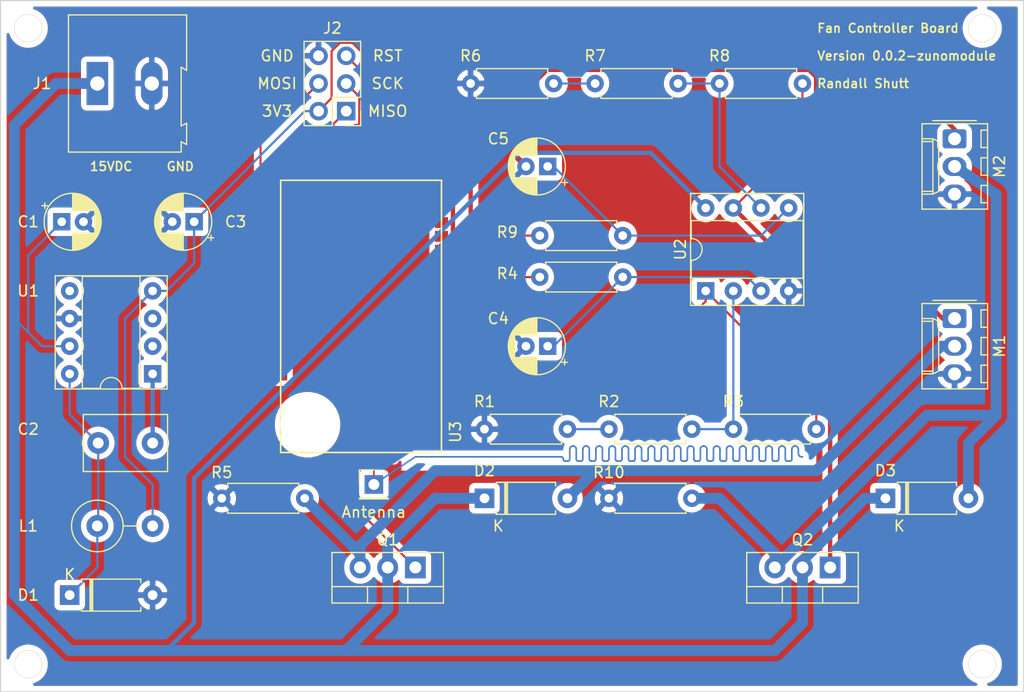
<source format=kicad_pcb>
(kicad_pcb (version 20171130) (host pcbnew "(5.1.9-0-10_14)")
  (layers (0 Front mixed) (31 Back mixed) (34 B.Paste user) (35 F.Paste user) (36 B.SilkS user) (37 F.SilkS user) (38 B.Mask user) (39 F.Mask user) (44 Edge.Cuts user))
  (net 0 "")
  (net 1 15VDC)
  (net 2 "Net-(D2-Pad2)")
  (net 3 GND)
  (net 4 PWM1)
  (net 5 PWM2)
  (net 6 TACH1)
  (net 7 TACH2)
  (net 8 "Net-(Q1-Pad1)")
  (net 9 "Net-(Q2-Pad1)")
  (net 10 "Net-(R2-Pad1)")
  (net 11 "Net-(C2-Pad1)")
  (net 12 "Net-(R7-Pad1)")
  (net 13 "Net-(C2-Pad2)")
  (net 14 3V3DC)
  (net 15 "Net-(C4-Pad1)")
  (net 16 "Net-(C5-Pad1)")
  (net 17 "Net-(D3-Pad2)")
  (net 18 "Net-(R1-Pad1)")
  (net 19 "Net-(R6-Pad1)")
  (net 20 "Net-(U1-Pad3)")
  (net 21 "Net-(U1-Pad2)")
  (net 22 "Net-(U1-Pad5)")
  (net 23 "Net-(U3-Pad8)")
  (net 24 "Net-(U3-Pad7)")
  (net 25 "Net-(U3-Pad6)")
  (net 26 "Net-(U3-Pad5)")
  (net 27 "Net-(U3-Pad4)")
  (net 28 "Net-(U3-Pad3)")
  (net 29 "Net-(U3-Pad25)")
  (net 30 "Net-(U3-Pad24)")
  (net 31 "Net-(U3-Pad9)")
  (net 32 "Net-(U3-Pad10)")
  (net 33 "Net-(U3-Pad11)")
  (net 34 "Net-(U3-Pad12)")
  (net 35 "Net-(U3-Pad28)")
  (net 36 "Net-(U3-Pad27)")
  (net 37 "Net-(U3-Pad23)")
  (net 38 "Net-(U3-Pad22)")
  (net 39 "Net-(U3-Pad21)")
  (net 40 "Net-(U3-Pad20)")
  (net 41 "Net-(U3-Pad19)")
  (net 42 "Net-(U3-Pad15)")
  (net 43 "Net-(U3-Pad16)")
  (net 44 MISO)
  (net 45 SCK)
  (net 46 MOSI)
  (net 47 RST)
  (net 48 "Net-(J3-Pad1)")
  (module Connector_PinHeader_2.54mm:PinHeader_1x01_P2.54mm_Vertical (layer Front) (at 116.84 104.14)
    (fp_text reference Antenna (at 0 2.54) (layer F.SilkS))
    (fp_text value J3)
    (pad 1 thru_hole rect (at 0 0) (size 1.7 1.7) (drill 1) (layers *.Cu *.Mask) (net 48 "Net-(J3-Pad1)"))
  )
  (module Package_TO_SOT_THT:TO-220-3_Vertical_with_heatsink (layer Front) (at 120.65 111.76 180)
    (fp_text reference Q1 (at 2.54 2.54 180) (layer F.SilkS))
    (fp_text value TIP120)
    (pad 1 thru_hole rect (at 0 0 180) (size 1.905 2) (drill 1.1) (layers *.Cu *.Mask) (net 8 "Net-(Q1-Pad1)"))
    (pad 2 thru_hole oval (at 2.54 0 180) (size 1.905 2) (drill 1.1) (layers *.Cu *.Mask) (net 1 15VDC))
    (pad 3 thru_hole oval (at 5.08 0 180) (size 1.905 2) (drill 1.1) (layers *.Cu *.Mask) (net 2 "Net-(D2-Pad2)"))
  )
  (module Package_TO_SOT_THT:TO-220-3_Vertical_with_heatsink (layer Front) (at 158.75 111.76 180)
    (fp_text reference Q2 (at 2.54 2.54) (layer F.SilkS))
    (fp_text value TIP120)
    (pad 1 thru_hole rect (at 0 0 180) (size 1.905 2) (drill 1.1) (layers *.Cu *.Mask) (net 9 "Net-(Q2-Pad1)"))
    (pad 2 thru_hole oval (at 2.54 0 180) (size 1.905 2) (drill 1.1) (layers *.Cu *.Mask) (net 1 15VDC))
    (pad 3 thru_hole oval (at 5.08 0 180) (size 1.905 2) (drill 1.1) (layers *.Cu *.Mask) (net 17 "Net-(D3-Pad2)"))
  )
  (module Connector_PinHeader_2.54mm:PinHeader_2x03_P2.54mm_Vertical (layer Front) (at 114.3 69.85 180)
    (fp_text reference J2 (at 1.27 7.62 180) (layer F.SilkS))
    (fp_text value AVR-ISP-6)
    (fp_text user GND (at 6.35 5.08) (layer F.SilkS))
    (fp_text user MOSI (at 6.35 2.54) (layer F.SilkS))
    (fp_text user 3V3 (at 6.35 0) (layer F.SilkS))
    (fp_text user MISO (at -3.81 0) (layer F.SilkS))
    (fp_text user SCK (at -3.81 2.54) (layer F.SilkS))
    (fp_text user RST (at -3.81 5.08) (layer F.SilkS))
    (pad 6 thru_hole oval (at 2.54 5.08 180) (size 1.7 1.7) (drill 1) (layers *.Cu *.Mask) (net 3 GND))
    (pad 5 thru_hole oval (at 0 5.08 180) (size 1.7 1.7) (drill 1) (layers *.Cu *.Mask) (net 47 RST))
    (pad 4 thru_hole oval (at 2.54 2.54 180) (size 1.7 1.7) (drill 1) (layers *.Cu *.Mask) (net 46 MOSI))
    (pad 3 thru_hole oval (at 0 2.54 180) (size 1.7 1.7) (drill 1) (layers *.Cu *.Mask) (net 45 SCK))
    (pad 2 thru_hole oval (at 2.54 0 180) (size 1.7 1.7) (drill 1) (layers *.Cu *.Mask) (net 14 3V3DC))
    (pad 1 thru_hole rect (at 0 0 180) (size 1.7 1.7) (drill 1) (layers *.Cu *.Mask) (net 44 MISO))
  )
  (module TerminalBlock:TerminalBlock_Altech_AK300-2_P5.00mm (layer Front) (at 91.44 67.31)
    (fp_text reference J1 (at -5.08 0) (layer F.SilkS))
    (fp_text value Barrel_Jack)
    (pad 2 thru_hole oval (at 5 0) (size 1.98 3.96) (drill 1.32) (layers *.Cu *.Mask) (net 3 GND))
    (pad 1 thru_hole rect (at 0 0) (size 1.98 3.96) (drill 1.32) (layers *.Cu *.Mask) (net 1 15VDC))
  )
  (module Package_DIP:DIP-8_W7.62mm_Socket (layer Front) (at 96.52 93.98 180)
    (fp_text reference U1 (at 11.43 7.62) (layer F.SilkS))
    (fp_text value LM2674M-3.3)
    (pad 8 thru_hole oval (at 7.62 0 180) (size 1.6 1.6) (drill 0.8) (layers *.Cu *.Mask) (net 11 "Net-(C2-Pad1)"))
    (pad 4 thru_hole oval (at 0 7.62 180) (size 1.6 1.6) (drill 0.8) (layers *.Cu *.Mask) (net 14 3V3DC))
    (pad 7 thru_hole oval (at 7.62 2.54 180) (size 1.6 1.6) (drill 0.8) (layers *.Cu *.Mask) (net 1 15VDC))
    (pad 3 thru_hole oval (at 0 5.08 180) (size 1.6 1.6) (drill 0.8) (layers *.Cu *.Mask) (net 20 "Net-(U1-Pad3)"))
    (pad 6 thru_hole oval (at 7.62 5.08 180) (size 1.6 1.6) (drill 0.8) (layers *.Cu *.Mask) (net 3 GND))
    (pad 2 thru_hole oval (at 0 2.54 180) (size 1.6 1.6) (drill 0.8) (layers *.Cu *.Mask) (net 21 "Net-(U1-Pad2)"))
    (pad 5 thru_hole oval (at 7.62 7.62 180) (size 1.6 1.6) (drill 0.8) (layers *.Cu *.Mask) (net 22 "Net-(U1-Pad5)"))
    (pad 1 thru_hole rect (at 0 0 180) (size 1.6 1.6) (drill 0.8) (layers *.Cu *.Mask) (net 13 "Net-(C2-Pad2)"))
  )
  (module Inductor_THT:L_Axial_L14.0mm_D4.5mm_P5.08mm_Vertical_Fastron_LACC (layer Front) (at 91.44 107.95)
    (fp_text reference L1 (at -6.35 0) (layer F.SilkS))
    (fp_text value 68uH)
    (pad 2 thru_hole oval (at 5.08 0) (size 2 2) (drill 1) (layers *.Cu *.Mask) (net 14 3V3DC))
    (pad 1 thru_hole circle (at 0 0) (size 2 2) (drill 1) (layers *.Cu *.Mask) (net 11 "Net-(C2-Pad1)"))
  )
  (module Diode_THT:D_A-405_P7.62mm_Horizontal (layer Front) (at 88.9 114.3)
    (fp_text reference D1 (at -3.81 0 180) (layer F.SilkS))
    (fp_text value D_Schottky)
    (fp_text user K (at 0 -1.9) (layer F.SilkS))
    (pad 2 thru_hole oval (at 7.62 0) (size 1.8 1.8) (drill 0.9) (layers *.Cu *.Mask) (net 3 GND))
    (pad 1 thru_hole rect (at 0 0) (size 1.8 1.8) (drill 0.9) (layers *.Cu *.Mask) (net 11 "Net-(C2-Pad1)"))
  )
  (module Capacitor_THT:CP_Radial_D5.0mm_P2.00mm (layer Front) (at 132.81 74.93 180)
    (fp_text reference C5 (at 4.54 2.54) (layer F.SilkS))
    (fp_text value 100uF)
    (pad 2 thru_hole circle (at 2 0 180) (size 1.6 1.6) (drill 0.8) (layers *.Cu *.Mask) (net 3 GND))
    (pad 1 thru_hole rect (at 0 0 180) (size 1.6 1.6) (drill 0.8) (layers *.Cu *.Mask) (net 16 "Net-(C5-Pad1)"))
  )
  (module Capacitor_THT:CP_Radial_D5.0mm_P2.00mm (layer Front) (at 132.81 91.44 180)
    (fp_text reference C4 (at 4.54 2.54) (layer F.SilkS))
    (fp_text value 100uF)
    (pad 2 thru_hole circle (at 2 0 180) (size 1.6 1.6) (drill 0.8) (layers *.Cu *.Mask) (net 3 GND))
    (pad 1 thru_hole rect (at 0 0 180) (size 1.6 1.6) (drill 0.8) (layers *.Cu *.Mask) (net 15 "Net-(C4-Pad1)"))
  )
  (module Capacitor_THT:CP_Radial_D5.0mm_P2.00mm (layer Front) (at 100.33 80.01 180)
    (fp_text reference C3 (at -3.81 0) (layer F.SilkS))
    (fp_text value 100uF)
    (pad 2 thru_hole circle (at 2 0 180) (size 1.6 1.6) (drill 0.8) (layers *.Cu *.Mask) (net 3 GND))
    (pad 1 thru_hole rect (at 0 0 180) (size 1.6 1.6) (drill 0.8) (layers *.Cu *.Mask) (net 14 3V3DC))
  )
  (module Capacitor_THT:C_Disc_D7.5mm_W5.0mm_P5.00mm (layer Front) (at 91.52 100.33)
    (fp_text reference C2 (at -6.43 -1.27) (layer F.SilkS))
    (fp_text value 0.01uF)
    (pad 2 thru_hole circle (at 5 0) (size 2 2) (drill 1) (layers *.Cu *.Mask) (net 13 "Net-(C2-Pad2)"))
    (pad 1 thru_hole circle (at 0 0) (size 2 2) (drill 1) (layers *.Cu *.Mask) (net 11 "Net-(C2-Pad1)"))
  )
  (module Capacitor_THT:CP_Radial_D5.0mm_P2.00mm (layer Front) (at 88.17 80.01)
    (fp_text reference C1 (at -3.08 0) (layer F.SilkS))
    (fp_text value 100uF)
    (pad 2 thru_hole circle (at 2 0) (size 1.6 1.6) (drill 0.8) (layers *.Cu *.Mask) (net 3 GND))
    (pad 1 thru_hole rect (at 0 0) (size 1.6 1.6) (drill 0.8) (layers *.Cu *.Mask) (net 1 15VDC))
  )
  (module Package_DIP:DIP-8_W7.62mm_Socket (layer Front) (at 147.32 86.36 90)
    (fp_text reference U2 (at 3.81 -2.33 90) (layer F.SilkS))
    (fp_text value LM358)
    (pad 8 thru_hole oval (at 7.62 0 90) (size 1.6 1.6) (drill 0.8) (layers *.Cu *.Mask) (net 1 15VDC))
    (pad 4 thru_hole oval (at 0 7.62 90) (size 1.6 1.6) (drill 0.8) (layers *.Cu *.Mask) (net 3 GND))
    (pad 7 thru_hole oval (at 7.62 2.54 90) (size 1.6 1.6) (drill 0.8) (layers *.Cu *.Mask) (net 9 "Net-(Q2-Pad1)"))
    (pad 3 thru_hole oval (at 0 5.08 90) (size 1.6 1.6) (drill 0.8) (layers *.Cu *.Mask) (net 15 "Net-(C4-Pad1)"))
    (pad 6 thru_hole oval (at 7.62 5.08 90) (size 1.6 1.6) (drill 0.8) (layers *.Cu *.Mask) (net 12 "Net-(R7-Pad1)"))
    (pad 2 thru_hole oval (at 0 2.54 90) (size 1.6 1.6) (drill 0.8) (layers *.Cu *.Mask) (net 10 "Net-(R2-Pad1)"))
    (pad 5 thru_hole oval (at 7.62 7.62 90) (size 1.6 1.6) (drill 0.8) (layers *.Cu *.Mask) (net 16 "Net-(C5-Pad1)"))
    (pad 1 thru_hole rect (at 0 0 90) (size 1.6 1.6) (drill 0.8) (layers *.Cu *.Mask) (net 8 "Net-(Q1-Pad1)"))
  )
  (module Resistor_THT:R_Axial_DIN0207_L6.3mm_D2.5mm_P7.62mm_Horizontal (layer Front) (at 138.43 105.41)
    (fp_text reference R10 (at 0 -2.37) (layer F.SilkS))
    (fp_text value 46k)
    (pad 2 thru_hole oval (at 7.62 0) (size 1.6 1.6) (drill 0.8) (layers *.Cu *.Mask) (net 17 "Net-(D3-Pad2)"))
    (pad 1 thru_hole circle (at 0 0) (size 1.6 1.6) (drill 0.8) (layers *.Cu *.Mask) (net 3 GND))
  )
  (module Resistor_THT:R_Axial_DIN0207_L6.3mm_D2.5mm_P7.62mm_Horizontal (layer Front) (at 156.21 67.31 180)
    (fp_text reference R8 (at 7.62 2.54) (layer F.SilkS))
    (fp_text value 15k)
    (pad 2 thru_hole oval (at 7.62 0 180) (size 1.6 1.6) (drill 0.8) (layers *.Cu *.Mask) (net 12 "Net-(R7-Pad1)"))
    (pad 1 thru_hole circle (at 0 0 180) (size 1.6 1.6) (drill 0.8) (layers *.Cu *.Mask) (net 9 "Net-(Q2-Pad1)"))
  )
  (module Resistor_THT:R_Axial_DIN0207_L6.3mm_D2.5mm_P7.62mm_Horizontal (layer Front) (at 144.78 67.31 180)
    (fp_text reference R7 (at 7.62 2.54) (layer F.SilkS))
    (fp_text value 3.9k)
    (pad 2 thru_hole oval (at 7.62 0 180) (size 1.6 1.6) (drill 0.8) (layers *.Cu *.Mask) (net 19 "Net-(R6-Pad1)"))
    (pad 1 thru_hole circle (at 0 0 180) (size 1.6 1.6) (drill 0.8) (layers *.Cu *.Mask) (net 12 "Net-(R7-Pad1)"))
  )
  (module Resistor_THT:R_Axial_DIN0207_L6.3mm_D2.5mm_P7.62mm_Horizontal (layer Front) (at 133.35 67.31 180)
    (fp_text reference R6 (at 7.62 2.54) (layer F.SilkS))
    (fp_text value 390)
    (pad 2 thru_hole oval (at 7.62 0 180) (size 1.6 1.6) (drill 0.8) (layers *.Cu *.Mask) (net 3 GND))
    (pad 1 thru_hole circle (at 0 0 180) (size 1.6 1.6) (drill 0.8) (layers *.Cu *.Mask) (net 19 "Net-(R6-Pad1)"))
  )
  (module Resistor_THT:R_Axial_DIN0207_L6.3mm_D2.5mm_P7.62mm_Horizontal (layer Front) (at 139.7 81.28 180)
    (fp_text reference R9 (at 10.6045 0.3175) (layer F.SilkS))
    (fp_text value 330)
    (pad 2 thru_hole oval (at 7.62 0 180) (size 1.6 1.6) (drill 0.8) (layers *.Cu *.Mask) (net 5 PWM2))
    (pad 1 thru_hole circle (at 0 0 180) (size 1.6 1.6) (drill 0.8) (layers *.Cu *.Mask) (net 16 "Net-(C5-Pad1)"))
  )
  (module Resistor_THT:R_Axial_DIN0207_L6.3mm_D2.5mm_P7.62mm_Horizontal (layer Front) (at 102.87 105.41)
    (fp_text reference R5 (at 0 -2.37) (layer F.SilkS))
    (fp_text value 46k)
    (pad 2 thru_hole oval (at 7.62 0) (size 1.6 1.6) (drill 0.8) (layers *.Cu *.Mask) (net 2 "Net-(D2-Pad2)"))
    (pad 1 thru_hole circle (at 0 0) (size 1.6 1.6) (drill 0.8) (layers *.Cu *.Mask) (net 3 GND))
  )
  (module Resistor_THT:R_Axial_DIN0207_L6.3mm_D2.5mm_P7.62mm_Horizontal (layer Front) (at 157.48 99.06 180)
    (fp_text reference R3 (at 7.62 2.54) (layer F.SilkS))
    (fp_text value 15k)
    (pad 2 thru_hole oval (at 7.62 0 180) (size 1.6 1.6) (drill 0.8) (layers *.Cu *.Mask) (net 10 "Net-(R2-Pad1)"))
    (pad 1 thru_hole circle (at 0 0 180) (size 1.6 1.6) (drill 0.8) (layers *.Cu *.Mask) (net 8 "Net-(Q1-Pad1)"))
  )
  (module Resistor_THT:R_Axial_DIN0207_L6.3mm_D2.5mm_P7.62mm_Horizontal (layer Front) (at 146.05 99.06 180)
    (fp_text reference R2 (at 7.62 2.54) (layer F.SilkS))
    (fp_text value 3.9k)
    (pad 2 thru_hole oval (at 7.62 0 180) (size 1.6 1.6) (drill 0.8) (layers *.Cu *.Mask) (net 18 "Net-(R1-Pad1)"))
    (pad 1 thru_hole circle (at 0 0 180) (size 1.6 1.6) (drill 0.8) (layers *.Cu *.Mask) (net 10 "Net-(R2-Pad1)"))
  )
  (module Resistor_THT:R_Axial_DIN0207_L6.3mm_D2.5mm_P7.62mm_Horizontal (layer Front) (at 134.62 99.06 180)
    (fp_text reference R1 (at 7.62 2.54) (layer F.SilkS))
    (fp_text value 390)
    (pad 2 thru_hole oval (at 7.62 0 180) (size 1.6 1.6) (drill 0.8) (layers *.Cu *.Mask) (net 3 GND))
    (pad 1 thru_hole circle (at 0 0 180) (size 1.6 1.6) (drill 0.8) (layers *.Cu *.Mask) (net 18 "Net-(R1-Pad1)"))
  )
  (module Resistor_THT:R_Axial_DIN0207_L6.3mm_D2.5mm_P7.62mm_Horizontal (layer Front) (at 139.7 85.09 180)
    (fp_text reference R4 (at 10.6045 0.3175) (layer F.SilkS))
    (fp_text value 330)
    (pad 2 thru_hole oval (at 7.62 0 180) (size 1.6 1.6) (drill 0.8) (layers *.Cu *.Mask) (net 4 PWM1))
    (pad 1 thru_hole circle (at 0 0 180) (size 1.6 1.6) (drill 0.8) (layers *.Cu *.Mask) (net 15 "Net-(C4-Pad1)"))
  )
  (module Connector_Molex:Molex_KK-254_AE-6410-03A_1x03_P2.54mm_Vertical (layer Front) (at 170.18 72.39 270)
    (fp_text reference M2 (at 2.54 -4.12 90) (layer F.SilkS))
    (fp_text value Fan_3pin)
    (pad 3 thru_hole oval (at 5.08 0 270) (size 1.74 2.19) (drill 1.19) (layers *.Cu *.Mask) (net 3 GND))
    (pad 2 thru_hole oval (at 2.54 0 270) (size 1.74 2.19) (drill 1.19) (layers *.Cu *.Mask) (net 17 "Net-(D3-Pad2)"))
    (pad 1 thru_hole roundrect (at 0 0 270) (size 1.74 2.19) (drill 1.19) (layers *.Cu *.Mask) (roundrect_rratio 0.143678) (net 7 TACH2))
  )
  (module Connector_Molex:Molex_KK-254_AE-6410-03A_1x03_P2.54mm_Vertical (layer Front) (at 170.18 88.9 270)
    (fp_text reference M1 (at 2.54 -4.12 90) (layer F.SilkS))
    (fp_text value Fan_3pin)
    (pad 3 thru_hole oval (at 5.08 0 270) (size 1.74 2.19) (drill 1.19) (layers *.Cu *.Mask) (net 3 GND))
    (pad 2 thru_hole oval (at 2.54 0 270) (size 1.74 2.19) (drill 1.19) (layers *.Cu *.Mask) (net 2 "Net-(D2-Pad2)"))
    (pad 1 thru_hole roundrect (at 0 0 270) (size 1.74 2.19) (drill 1.19) (layers *.Cu *.Mask) (roundrect_rratio 0.143678) (net 6 TACH1))
  )
  (module Diode_THT:D_A-405_P7.62mm_Horizontal (layer Front) (at 163.83 105.41)
    (fp_text reference D3 (at 0 -2.54) (layer F.SilkS))
    (fp_text value 1N1004)
    (fp_text user K (at 1.27 2.54) (layer F.SilkS))
    (pad 2 thru_hole oval (at 7.62 0) (size 1.8 1.8) (drill 0.9) (layers *.Cu *.Mask) (net 17 "Net-(D3-Pad2)"))
    (pad 1 thru_hole rect (at 0 0) (size 1.8 1.8) (drill 0.9) (layers *.Cu *.Mask) (net 1 15VDC))
  )
  (module Diode_THT:D_A-405_P7.62mm_Horizontal (layer Front) (at 127 105.41)
    (fp_text reference D2 (at 0 -2.54) (layer F.SilkS))
    (fp_text value 1N1004)
    (fp_text user K (at 1.27 2.54) (layer F.SilkS))
    (pad 2 thru_hole oval (at 7.62 0) (size 1.8 1.8) (drill 0.9) (layers *.Cu *.Mask) (net 2 "Net-(D2-Pad2)"))
    (pad 1 thru_hole rect (at 0 0) (size 1.8 1.8) (drill 0.9) (layers *.Cu *.Mask) (net 1 15VDC))
  )
  (module "ZUno Module:Z-UNO Module" (layer Front) (at 111.76 76.2 270)
    (fp_text reference U3 (at 23.114 -12.573 90) (layer F.SilkS))
    (fp_text value Z-Uno-Module)
    (pad "" np_thru_hole circle (at 22.452 1.009 270) (size 5 5) (drill 5) (layers *.Cu *.Mask))
    (pad 34 smd rect (at 25 -6.422 270) (size 1.2 1) (layers Front F.Paste F.Mask) (net 3 GND))
    (pad 33 smd rect (at 25 -5.092 270) (size 1.2 1) (layers Front F.Paste F.Mask) (net 48 "Net-(J3-Pad1)"))
    (pad 32 smd rect (at 25 -3.822 270) (size 1.2 1) (layers Front F.Paste F.Mask) (net 3 GND))
    (pad 8 smd rect (at 17.882 3.48 270) (size 1 1.2) (layers Front F.Paste F.Mask) (net 23 "Net-(U3-Pad8)"))
    (pad 7 smd rect (at 16.612 3.48 270) (size 1 1.2) (layers Front F.Paste F.Mask) (net 24 "Net-(U3-Pad7)"))
    (pad 6 smd rect (at 15.342 3.48 270) (size 1 1.2) (layers Front F.Paste F.Mask) (net 25 "Net-(U3-Pad6)"))
    (pad 5 smd rect (at 14.072 3.48 270) (size 1 1.2) (layers Front F.Paste F.Mask) (net 26 "Net-(U3-Pad5)"))
    (pad 4 smd rect (at 12.802 3.48 270) (size 1 1.2) (layers Front F.Paste F.Mask) (net 27 "Net-(U3-Pad4)"))
    (pad 3 smd rect (at 11.532 3.48 270) (size 1 1.2) (layers Front F.Paste F.Mask) (net 28 "Net-(U3-Pad3)"))
    (pad 25 smd rect (at 10.262 3.48 270) (size 1 1.2) (layers Front F.Paste F.Mask) (net 29 "Net-(U3-Pad25)"))
    (pad 24 smd rect (at 8.992 3.48 270) (size 1 1.2) (layers Front F.Paste F.Mask) (net 30 "Net-(U3-Pad24)"))
    (pad 2 smd rect (at 7.722 3.48 270) (size 1 1.2) (layers Front F.Paste F.Mask) (net 46 MOSI))
    (pad 1 smd rect (at 6.452 3.48 270) (size 1 1.2) (layers Front F.Paste F.Mask) (net 44 MISO))
    (pad 0 smd rect (at 5.182 3.48 270) (size 1 1.2) (layers Front F.Paste F.Mask) (net 45 SCK))
    (pad 31 smd rect (at 3.912 3.48 270) (size 1 1.2) (layers Front F.Paste F.Mask) (net 3 GND))
    (pad 9 smd rect (at 17.852 -11.291 270) (size 1 1.2) (layers Front F.Paste F.Mask) (net 31 "Net-(U3-Pad9)"))
    (pad 10 smd rect (at 16.582 -11.291 270) (size 1 1.2) (layers Front F.Paste F.Mask) (net 32 "Net-(U3-Pad10)"))
    (pad 11 smd rect (at 15.312 -11.291 270) (size 1 1.2) (layers Front F.Paste F.Mask) (net 33 "Net-(U3-Pad11)"))
    (pad 12 smd rect (at 14.042 -11.291 270) (size 1 1.2) (layers Front F.Paste F.Mask) (net 34 "Net-(U3-Pad12)"))
    (pad 30 smd rect (at 0 0 270) (size 1.2 1) (layers Front F.Paste F.Mask) (net 47 RST))
    (pad 29 smd rect (at 0 -1.27 270) (size 1.2 1) (layers Front F.Paste F.Mask) (net 3 GND))
    (pad 28 smd rect (at 0 -2.54 270) (size 1.2 1) (layers Front F.Paste F.Mask) (net 35 "Net-(U3-Pad28)"))
    (pad 27 smd rect (at 0 -3.81 270) (size 1.2 1) (layers Front F.Paste F.Mask) (net 36 "Net-(U3-Pad27)"))
    (pad 26 smd rect (at 0 -5.08 270) (size 1.2 1) (layers Front F.Paste F.Mask) (net 14 3V3DC))
    (pad 23 smd rect (at 0 -6.35 270) (size 1.2 1) (layers Front F.Paste F.Mask) (net 37 "Net-(U3-Pad23)"))
    (pad 22 smd rect (at 0 -7.62 270) (size 1.2 1) (layers Front F.Paste F.Mask) (net 38 "Net-(U3-Pad22)"))
    (pad 21 smd rect (at 0 -8.89 270) (size 1.2 1) (layers Front F.Paste F.Mask) (net 39 "Net-(U3-Pad21)"))
    (pad 20 smd rect (at 3.882 -11.291 270) (size 1 1.2) (layers Front F.Paste F.Mask) (net 40 "Net-(U3-Pad20)"))
    (pad 19 smd rect (at 5.152 -11.291 270) (size 1 1.2) (layers Front F.Paste F.Mask) (net 41 "Net-(U3-Pad19)"))
    (pad 18 smd rect (at 6.422 -11.291 270) (size 1 1.2) (layers Front F.Paste F.Mask) (net 7 TACH2))
    (pad 17 smd rect (at 7.692 -11.291 270) (size 1 1.2) (layers Front F.Paste F.Mask) (net 6 TACH1))
    (pad 15 smd rect (at 10.232 -11.291 270) (size 1 1.2) (layers Front F.Paste F.Mask) (net 42 "Net-(U3-Pad15)"))
    (pad 16 smd rect (at 8.962 -11.291 270) (size 1 1.2) (layers Front F.Paste F.Mask) (net 43 "Net-(U3-Pad16)"))
    (pad 14 smd rect (at 11.502 -11.291 270) (size 1 1.2) (layers Front F.Paste F.Mask) (net 5 PWM2))
    (pad 13 smd rect (at 12.772 -11.291 270) (size 1 1.2) (layers Front F.Paste F.Mask) (net 4 PWM1))
  )
  (gr_circle (center 172.72 62.23) (end 173.99 62.23) (layer Edge.Cuts) (width 0.0381))
  (gr_circle (center 172.72 120.65) (end 173.99 120.65) (layer Edge.Cuts) (width 0.0381))
  (gr_circle (center 85.09 120.65) (end 86.36 120.65) (layer Edge.Cuts) (width 0.0381))
  (gr_circle (center 85.09 62.23) (end 86.36 62.23) (layer Edge.Cuts) (width 0.0381))
  (gr_text "Randall Shutt" (at 157.48 67.31) (layer F.SilkS) (effects (font (size 0.8128 0.8128) (thickness 0.1524)) (justify left)))
  (gr_text "Version 0.0.2-zunomodule" (at 157.48 64.77) (layer F.SilkS) (effects (font (size 0.8128 0.8128) (thickness 0.1524)) (justify left)))
  (gr_text "Fan Controller Board" (at 157.48 62.23) (layer F.SilkS) (effects (font (size 0.8128 0.8128) (thickness 0.1524)) (justify left)))
  (gr_text GND (at 99.06 74.93) (layer F.SilkS) (effects (font (size 0.8128 0.8128) (thickness 0.1524))))
  (gr_text 15VDC (at 92.71 74.93) (layer F.SilkS) (effects (font (size 0.8128 0.8128) (thickness 0.1524))))
  (gr_line (start 176.53 59.69) (end 176.53 123.19) (layer Edge.Cuts) (width 0.1))
  (gr_line (start 82.55 59.69) (end 176.53 59.69) (layer Edge.Cuts) (width 0.1))
  (gr_line (start 82.55 123.19) (end 82.55 59.69) (layer Edge.Cuts) (width 0.1))
  (gr_line (start 176.53 123.19) (end 82.55 123.19) (layer Edge.Cuts) (width 0.1))
  (segment (start 153.67 119.38) (end 156.21 116.84) (width 1) (layer Back) (net 1))
  (segment (start 83.82 114.3) (end 88.9 119.38) (width 1) (layer Back) (net 1))
  (segment (start 87.63 67.31) (end 83.82 71.12) (width 1) (layer Back) (net 1))
  (segment (start 156.21 116.84) (end 156.21 111.76) (width 1) (layer Back) (net 1))
  (segment (start 91.44 67.31) (end 87.63 67.31) (width 1) (layer Back) (net 1))
  (segment (start 118.11 111.76) (end 118.11 115.57) (width 1) (layer Back) (net 1))
  (segment (start 118.11 115.57) (end 114.3 119.38) (width 1) (layer Back) (net 1))
  (segment (start 114.3 119.38) (end 153.67 119.38) (width 1) (layer Back) (net 1))
  (segment (start 88.9 91.44) (end 86.36 91.44) (width 0.2) (layer Back) (net 1))
  (segment (start 83.82 88.9) (end 83.82 114.3) (width 1) (layer Back) (net 1))
  (segment (start 83.82 71.12) (end 83.82 88.9) (width 1) (layer Back) (net 1))
  (segment (start 88.17 80.01) (end 85.09 83.09) (width 0.2) (layer Back) (net 1))
  (segment (start 85.09 83.09) (end 85.09 90.17) (width 0.2) (layer Back) (net 1))
  (segment (start 85.09 90.17) (end 83.82 88.9) (width 0.2) (layer Back) (net 1))
  (segment (start 86.36 91.44) (end 85.09 90.17) (width 0.2) (layer Back) (net 1))
  (segment (start 122.46 105.41) (end 127 105.41) (width 1) (layer Back) (net 1))
  (segment (start 118.11 109.76) (end 122.46 105.41) (width 1) (layer Back) (net 1))
  (segment (start 118.11 111.76) (end 118.11 109.76) (width 1) (layer Back) (net 1))
  (segment (start 156.21 111.76) (end 156.21 111.13) (width 1) (layer Back) (net 1))
  (segment (start 156.21 111.13) (end 161.93 105.41) (width 1) (layer Back) (net 1))
  (segment (start 161.93 105.41) (end 163.83 105.41) (width 1) (layer Back) (net 1))
  (segment (start 130.209999 73.679999) (end 100.33 103.559998) (width 0.4) (layer Back) (net 1))
  (segment (start 142.259999 73.679999) (end 130.209999 73.679999) (width 0.4) (layer Back) (net 1))
  (segment (start 147.32 78.74) (end 142.259999 73.679999) (width 0.4) (layer Back) (net 1))
  (segment (start 100.33 116.84) (end 97.79 119.38) (width 0.4) (layer Back) (net 1))
  (segment (start 100.33 103.559998) (end 100.33 116.84) (width 0.4) (layer Back) (net 1))
  (segment (start 97.79 119.38) (end 114.3 119.38) (width 1) (layer Back) (net 1))
  (segment (start 88.9 119.38) (end 97.79 119.38) (width 1) (layer Back) (net 1))
  (segment (start 115.57 110.49) (end 110.49 105.41) (width 1) (layer Back) (net 2))
  (segment (start 115.57 111.76) (end 115.57 110.49) (width 1) (layer Back) (net 2))
  (segment (start 115.57 109.76) (end 122.46 102.87) (width 1) (layer Back) (net 2))
  (segment (start 115.57 111.76) (end 115.57 109.76) (width 1) (layer Back) (net 2))
  (segment (start 168.91 91.44) (end 170.18 91.44) (width 1) (layer Back) (net 2))
  (segment (start 157.48 102.87) (end 168.91 91.44) (width 1) (layer Back) (net 2))
  (segment (start 134.62 105.41) (end 137.16 102.87) (width 1) (layer Back) (net 2))
  (segment (start 137.16 102.87) (end 157.48 102.87) (width 1) (layer Back) (net 2))
  (segment (start 122.46 102.87) (end 137.16 102.87) (width 1) (layer Back) (net 2))
  (segment (start 123.051 88.972) (end 124.388 88.972) (width 0.2) (layer Front) (net 4))
  (segment (start 128.27 85.09) (end 132.08 85.09) (width 0.2) (layer Front) (net 4))
  (segment (start 124.388 88.972) (end 128.27 85.09) (width 0.2) (layer Front) (net 4))
  (segment (start 130.273 81.28) (end 132.08 81.28) (width 0.2) (layer Front) (net 5))
  (segment (start 123.851 87.702) (end 130.273 81.28) (width 0.2) (layer Front) (net 5))
  (segment (start 123.051 87.702) (end 123.851 87.702) (width 0.2) (layer Front) (net 5))
  (segment (start 132.749999 66.059999) (end 125.73 73.079998) (width 0.4) (layer Front) (net 6))
  (segment (start 157.460001 66.709999) (end 156.810001 66.059999) (width 0.4) (layer Front) (net 6))
  (segment (start 157.460001 77.275001) (end 157.460001 66.709999) (width 0.4) (layer Front) (net 6))
  (segment (start 156.810001 66.059999) (end 132.749999 66.059999) (width 0.4) (layer Front) (net 6))
  (segment (start 169.085 88.9) (end 157.460001 77.275001) (width 0.4) (layer Front) (net 6))
  (segment (start 170.18 88.9) (end 169.085 88.9) (width 0.4) (layer Front) (net 6))
  (segment (start 125.73 73.079998) (end 125.73 81.853002) (width 0.4) (layer Front) (net 6))
  (segment (start 125.73 81.853002) (end 123.691002 83.892) (width 0.4) (layer Front) (net 6))
  (segment (start 123.691002 83.892) (end 123.051 83.892) (width 0.4) (layer Front) (net 6))
  (segment (start 124.041748 82.622) (end 123.051 82.622) (width 0.4) (layer Front) (net 7))
  (segment (start 170.18 72.39) (end 170.18 71.52) (width 0.4) (layer Front) (net 7))
  (segment (start 170.18 71.52) (end 164.069988 65.409988) (width 0.4) (layer Front) (net 7))
  (segment (start 164.069988 65.409988) (end 132.480755 65.409989) (width 0.4) (layer Front) (net 7))
  (segment (start 132.480755 65.409989) (end 124.101001 73.789743) (width 0.4) (layer Front) (net 7))
  (segment (start 124.101001 82.562747) (end 124.041748 82.622) (width 0.4) (layer Front) (net 7))
  (segment (start 124.101001 73.789743) (end 124.101001 82.562747) (width 0.4) (layer Front) (net 7))
  (segment (start 157.48 96.52) (end 147.32 86.36) (width 0.2) (layer Front) (net 8))
  (segment (start 157.48 99.06) (end 157.48 96.52) (width 0.2) (layer Front) (net 8))
  (segment (start 113.03 104.14) (end 120.65 111.76) (width 0.2) (layer Front) (net 8))
  (segment (start 113.03 102.066998) (end 113.03 104.14) (width 0.2) (layer Front) (net 8))
  (segment (start 147.32 87.31) (end 147.32 86.36) (width 0.2) (layer Front) (net 8))
  (segment (start 117.466998 97.63) (end 137 97.63) (width 0.2) (layer Front) (net 8))
  (segment (start 113.03 102.066998) (end 117.466998 97.63) (width 0.2) (layer Front) (net 8))
  (segment (start 137 97.63) (end 147.32 87.31) (width 0.2) (layer Front) (net 8))
  (segment (start 156.21 72.39) (end 149.86 78.74) (width 0.2) (layer Front) (net 9))
  (segment (start 156.21 67.31) (end 156.21 72.39) (width 0.2) (layer Front) (net 9))
  (segment (start 158.75 87.63) (end 149.86 78.74) (width 0.4) (layer Front) (net 9))
  (segment (start 158.75 111.76) (end 158.75 87.63) (width 0.4) (layer Front) (net 9))
  (segment (start 146.05 99.06) (end 149.86 99.06) (width 0.2) (layer Back) (net 10))
  (segment (start 149.86 99.06) (end 149.86 86.36) (width 0.2) (layer Back) (net 10))
  (segment (start 88.9 97.71) (end 91.52 100.33) (width 0.2) (layer Back) (net 11))
  (segment (start 88.9 93.98) (end 88.9 97.71) (width 0.2) (layer Back) (net 11))
  (segment (start 91.52 107.87) (end 91.44 107.95) (width 0.2) (layer Back) (net 11))
  (segment (start 91.52 100.33) (end 91.52 107.87) (width 0.2) (layer Back) (net 11))
  (segment (start 91.44 111.76) (end 88.9 114.3) (width 0.2) (layer Back) (net 11))
  (segment (start 91.44 107.95) (end 91.44 111.76) (width 0.2) (layer Back) (net 11))
  (segment (start 144.78 67.31) (end 148.59 67.31) (width 0.2) (layer Back) (net 12))
  (segment (start 148.59 74.93) (end 152.4 78.74) (width 0.2) (layer Back) (net 12))
  (segment (start 148.59 67.31) (end 148.59 74.93) (width 0.2) (layer Back) (net 12))
  (segment (start 96.52 100.33) (end 96.52 93.98) (width 0.4) (layer Back) (net 13))
  (segment (start 93.98 88.9) (end 96.52 86.36) (width 0.2) (layer Back) (net 14))
  (segment (start 93.98 101.6) (end 93.98 88.9) (width 0.2) (layer Back) (net 14))
  (segment (start 96.52 104.14) (end 93.98 101.6) (width 0.2) (layer Back) (net 14))
  (segment (start 96.52 107.95) (end 96.52 104.14) (width 0.2) (layer Back) (net 14))
  (segment (start 96.52 86.36) (end 97.79 86.36) (width 0.2) (layer Back) (net 14))
  (segment (start 100.33 83.82) (end 100.33 80.01) (width 0.2) (layer Back) (net 14))
  (segment (start 97.79 86.36) (end 100.33 83.82) (width 0.2) (layer Back) (net 14))
  (segment (start 110.49 69.85) (end 100.33 80.01) (width 0.2) (layer Back) (net 14))
  (segment (start 111.76 69.85) (end 110.49 69.85) (width 0.2) (layer Back) (net 14))
  (segment (start 112.960001 68.649999) (end 111.76 69.85) (width 0.2) (layer Front) (net 14))
  (segment (start 112.960001 64.333997) (end 112.960001 68.649999) (width 0.2) (layer Front) (net 14))
  (segment (start 114.876001 63.569999) (end 113.723999 63.569999) (width 0.2) (layer Front) (net 14))
  (segment (start 113.723999 63.569999) (end 112.960001 64.333997) (width 0.2) (layer Front) (net 14))
  (segment (start 116.84 65.533998) (end 114.876001 63.569999) (width 0.2) (layer Front) (net 14))
  (segment (start 116.84 76.2) (end 116.84 65.533998) (width 0.2) (layer Front) (net 14))
  (segment (start 133.35 91.44) (end 139.7 85.09) (width 0.2) (layer Back) (net 15))
  (segment (start 132.81 91.44) (end 133.35 91.44) (width 0.2) (layer Back) (net 15))
  (segment (start 151.13 85.09) (end 152.4 86.36) (width 0.2) (layer Back) (net 15))
  (segment (start 139.7 85.09) (end 151.13 85.09) (width 0.2) (layer Back) (net 15))
  (segment (start 133.35 74.93) (end 139.7 81.28) (width 0.2) (layer Back) (net 16))
  (segment (start 132.81 74.93) (end 133.35 74.93) (width 0.2) (layer Back) (net 16))
  (segment (start 152.4 81.28) (end 154.94 78.74) (width 0.2) (layer Back) (net 16))
  (segment (start 139.7 81.28) (end 152.4 81.28) (width 0.2) (layer Back) (net 16))
  (segment (start 153.67 111.76) (end 153.67 110.49) (width 1) (layer Back) (net 17))
  (segment (start 148.59 105.41) (end 146.05 105.41) (width 1) (layer Back) (net 17))
  (segment (start 153.67 110.49) (end 148.59 105.41) (width 1) (layer Back) (net 17))
  (segment (start 173.99 77.47) (end 170.18 74.93) (width 1) (layer Back) (net 17))
  (segment (start 173.99 97.79) (end 173.99 77.47) (width 1) (layer Back) (net 17))
  (segment (start 167.64 97.79) (end 173.99 97.79) (width 1) (layer Back) (net 17))
  (segment (start 153.67 111.76) (end 167.64 97.79) (width 1) (layer Back) (net 17))
  (segment (start 171.45 100.33) (end 173.99 97.79) (width 1) (layer Back) (net 17))
  (segment (start 171.45 105.41) (end 171.45 100.33) (width 1) (layer Back) (net 17))
  (segment (start 134.62 99.06) (end 138.43 99.06) (width 0.2) (layer Back) (net 18))
  (segment (start 133.35 67.31) (end 137.16 67.31) (width 0.2) (layer Back) (net 19))
  (segment (start 106.879988 82.051988) (end 106.879988 77.270012) (width 0.2) (layer Front) (net 44))
  (segment (start 106.879988 77.270012) (end 114.3 69.85) (width 0.2) (layer Front) (net 44))
  (segment (start 108.28 82.652) (end 107.48 82.652) (width 0.2) (layer Front) (net 44))
  (segment (start 107.48 82.652) (end 106.879988 82.051988) (width 0.2) (layer Front) (net 44))
  (segment (start 107.329999 81.231999) (end 107.329999 78.899999) (width 0.2) (layer Front) (net 45))
  (segment (start 115.109998 71.12) (end 115.360003 71.12) (width 0.2) (layer Front) (net 45))
  (segment (start 107.329999 78.899999) (end 115.109998 71.12) (width 0.2) (layer Front) (net 45))
  (segment (start 108.28 81.382) (end 107.48 81.382) (width 0.2) (layer Front) (net 45))
  (segment (start 107.48 81.382) (end 107.329999 81.231999) (width 0.2) (layer Front) (net 45))
  (segment (start 115.360003 71.12) (end 115.500001 70.980002) (width 0.2) (layer Front) (net 45))
  (segment (start 115.500001 70.980002) (end 115.500001 68.510001) (width 0.2) (layer Front) (net 45))
  (segment (start 115.500001 68.510001) (end 114.3 67.31) (width 0.2) (layer Front) (net 45))
  (segment (start 108.28 83.922) (end 107.48 83.922) (width 0.2) (layer Front) (net 46))
  (segment (start 107.48 83.922) (end 106.429977 82.871977) (width 0.2) (layer Front) (net 46))
  (segment (start 106.429977 82.871977) (end 106.429977 72.640023) (width 0.2) (layer Front) (net 46))
  (segment (start 106.429977 72.640023) (end 110.910001 68.159999) (width 0.2) (layer Front) (net 46))
  (segment (start 110.910001 68.159999) (end 111.76 67.31) (width 0.2) (layer Front) (net 46))
  (segment (start 115.950012 66.420012) (end 114.3 64.77) (width 0.2) (layer Front) (net 47))
  (segment (start 111.76 75.356413) (end 115.950012 71.166401) (width 0.2) (layer Front) (net 47))
  (segment (start 111.76 76.2) (end 111.76 75.356413) (width 0.2) (layer Front) (net 47))
  (segment (start 115.950012 71.166401) (end 115.950012 66.420012) (width 0.2) (layer Front) (net 47))
  (segment (start 116.84 101.212) (end 116.852 101.2) (width 0.15) (layer Front) (net 48))
  (segment (start 116.84 104.14) (end 116.84 101.212) (width 0.15) (layer Front) (net 48))
  (segment (start 120.65 101.6) (end 116.84 104.14) (width 0.15) (layer Back) (net 48))
  (segment (start 134.035125 101.6) (end 120.65 101.6) (width 0.15) (layer Back) (net 48))
  (segment (start 134.157495 101.64282) (end 134.120282 101.619437) (width 0.15) (layer Back) (net 48))
  (segment (start 134.211955 101.71111) (end 134.188572 101.673897) (width 0.15) (layer Back) (net 48))
  (segment (start 134.250828 101.881425) (end 134.236312 101.839941) (width 0.15) (layer Back) (net 48))
  (segment (start 134.274211 101.918638) (end 134.250828 101.881425) (width 0.15) (layer Back) (net 48))
  (segment (start 134.383985 101.987614) (end 134.342501 101.973098) (width 0.15) (layer Back) (net 48))
  (segment (start 134.427659 101.992534) (end 134.383985 101.987614) (width 0.15) (layer Back) (net 48))
  (segment (start 134.826471 101.839941) (end 134.811955 101.881425) (width 0.15) (layer Back) (net 48))
  (segment (start 134.861101 100.7773) (end 134.838913 100.840709) (width 0.15) (layer Back) (net 48))
  (segment (start 134.896842 100.720419) (end 134.861101 100.7773) (width 0.15) (layer Back) (net 48))
  (segment (start 134.944345 100.672916) (end 134.896842 100.720419) (width 0.15) (layer Back) (net 48))
  (segment (start 135.261557 100.637175) (end 135.198148 100.614987) (width 0.15) (layer Back) (net 48))
  (segment (start 135.365941 100.720419) (end 135.318438 100.672916) (width 0.15) (layer Back) (net 48))
  (segment (start 135.401682 100.7773) (end 135.365941 100.720419) (width 0.15) (layer Back) (net 48))
  (segment (start 135.42387 100.840709) (end 135.401682 100.7773) (width 0.15) (layer Back) (net 48))
  (segment (start 135.474211 101.918638) (end 135.450828 101.881425) (width 0.15) (layer Back) (net 48))
  (segment (start 135.583985 101.987614) (end 135.542501 101.973098) (width 0.15) (layer Back) (net 48))
  (segment (start 135.835125 101.992534) (end 135.627659 101.992534) (width 0.15) (layer Back) (net 48))
  (segment (start 135.878798 101.987614) (end 135.835125 101.992534) (width 0.15) (layer Back) (net 48))
  (segment (start 135.920282 101.973098) (end 135.878798 101.987614) (width 0.15) (layer Back) (net 48))
  (segment (start 134.678798 101.987614) (end 134.635125 101.992534) (width 0.15) (layer Back) (net 48))
  (segment (start 135.957495 101.949715) (end 135.920282 101.973098) (width 0.15) (layer Back) (net 48))
  (segment (start 135.988572 101.918638) (end 135.957495 101.949715) (width 0.15) (layer Back) (net 48))
  (segment (start 136.011955 101.881425) (end 135.988572 101.918638) (width 0.15) (layer Back) (net 48))
  (segment (start 136.031392 101.796267) (end 136.026471 101.839941) (width 0.15) (layer Back) (net 48))
  (segment (start 136.031392 100.907466) (end 136.031392 101.796267) (width 0.15) (layer Back) (net 48))
  (segment (start 136.038913 100.840709) (end 136.031392 100.907466) (width 0.15) (layer Back) (net 48))
  (segment (start 136.144345 100.672916) (end 136.096842 100.720419) (width 0.15) (layer Back) (net 48))
  (segment (start 136.201226 100.637175) (end 136.144345 100.672916) (width 0.15) (layer Back) (net 48))
  (segment (start 136.331392 100.607466) (end 136.264635 100.614987) (width 0.15) (layer Back) (net 48))
  (segment (start 136.398148 100.614987) (end 136.331392 100.607466) (width 0.15) (layer Back) (net 48))
  (segment (start 136.62387 100.840709) (end 136.601682 100.7773) (width 0.15) (layer Back) (net 48))
  (segment (start 136.650828 101.881425) (end 136.636312 101.839941) (width 0.15) (layer Back) (net 48))
  (segment (start 136.674211 101.918638) (end 136.650828 101.881425) (width 0.15) (layer Back) (net 48))
  (segment (start 136.742501 101.973098) (end 136.705288 101.949715) (width 0.15) (layer Back) (net 48))
  (segment (start 137.078798 101.987614) (end 137.035125 101.992534) (width 0.15) (layer Back) (net 48))
  (segment (start 137.120282 101.973098) (end 137.078798 101.987614) (width 0.15) (layer Back) (net 48))
  (segment (start 137.157495 101.949715) (end 137.120282 101.973098) (width 0.15) (layer Back) (net 48))
  (segment (start 137.211955 101.881425) (end 137.188572 101.918638) (width 0.15) (layer Back) (net 48))
  (segment (start 137.226471 101.839941) (end 137.211955 101.881425) (width 0.15) (layer Back) (net 48))
  (segment (start 137.231392 101.796267) (end 137.226471 101.839941) (width 0.15) (layer Back) (net 48))
  (segment (start 137.231392 100.907466) (end 137.231392 101.796267) (width 0.15) (layer Back) (net 48))
  (segment (start 137.238913 100.840709) (end 137.231392 100.907466) (width 0.15) (layer Back) (net 48))
  (segment (start 137.344345 100.672916) (end 137.296842 100.720419) (width 0.15) (layer Back) (net 48))
  (segment (start 137.464635 100.614987) (end 137.401226 100.637175) (width 0.15) (layer Back) (net 48))
  (segment (start 136.827659 101.992534) (end 136.783985 101.987614) (width 0.15) (layer Back) (net 48))
  (segment (start 137.531392 100.607466) (end 137.464635 100.614987) (width 0.15) (layer Back) (net 48))
  (segment (start 137.661557 100.637175) (end 137.598148 100.614987) (width 0.15) (layer Back) (net 48))
  (segment (start 137.718438 100.672916) (end 137.661557 100.637175) (width 0.15) (layer Back) (net 48))
  (segment (start 135.436312 101.839941) (end 135.431392 101.796267) (width 0.15) (layer Back) (net 48))
  (segment (start 137.82387 100.840709) (end 137.801682 100.7773) (width 0.15) (layer Back) (net 48))
  (segment (start 137.831392 100.907466) (end 137.82387 100.840709) (width 0.15) (layer Back) (net 48))
  (segment (start 137.836312 101.839941) (end 137.831392 101.796267) (width 0.15) (layer Back) (net 48))
  (segment (start 137.874211 101.918638) (end 137.850828 101.881425) (width 0.15) (layer Back) (net 48))
  (segment (start 137.905288 101.949715) (end 137.874211 101.918638) (width 0.15) (layer Back) (net 48))
  (segment (start 137.942501 101.973098) (end 137.905288 101.949715) (width 0.15) (layer Back) (net 48))
  (segment (start 137.983985 101.987614) (end 137.942501 101.973098) (width 0.15) (layer Back) (net 48))
  (segment (start 138.027659 101.992534) (end 137.983985 101.987614) (width 0.15) (layer Back) (net 48))
  (segment (start 138.235125 101.992534) (end 138.027659 101.992534) (width 0.15) (layer Back) (net 48))
  (segment (start 138.357495 101.949715) (end 138.320282 101.973098) (width 0.15) (layer Back) (net 48))
  (segment (start 136.518438 100.672916) (end 136.461557 100.637175) (width 0.15) (layer Back) (net 48))
  (segment (start 138.388572 101.918638) (end 138.357495 101.949715) (width 0.15) (layer Back) (net 48))
  (segment (start 138.411955 101.881425) (end 138.388572 101.918638) (width 0.15) (layer Back) (net 48))
  (segment (start 138.426471 101.839941) (end 138.411955 101.881425) (width 0.15) (layer Back) (net 48))
  (segment (start 138.461101 100.7773) (end 138.438913 100.840709) (width 0.15) (layer Back) (net 48))
  (segment (start 136.461557 100.637175) (end 136.398148 100.614987) (width 0.15) (layer Back) (net 48))
  (segment (start 138.496842 100.720419) (end 138.461101 100.7773) (width 0.15) (layer Back) (net 48))
  (segment (start 138.544345 100.672916) (end 138.496842 100.720419) (width 0.15) (layer Back) (net 48))
  (segment (start 138.798148 100.614987) (end 138.731392 100.607466) (width 0.15) (layer Back) (net 48))
  (segment (start 138.861557 100.637175) (end 138.798148 100.614987) (width 0.15) (layer Back) (net 48))
  (segment (start 139.001682 100.7773) (end 138.965941 100.720419) (width 0.15) (layer Back) (net 48))
  (segment (start 139.031392 101.796267) (end 139.031392 100.907466) (width 0.15) (layer Back) (net 48))
  (segment (start 139.036312 101.839941) (end 139.031392 101.796267) (width 0.15) (layer Back) (net 48))
  (segment (start 139.050828 101.881425) (end 139.036312 101.839941) (width 0.15) (layer Back) (net 48))
  (segment (start 139.227659 101.992534) (end 139.183985 101.987614) (width 0.15) (layer Back) (net 48))
  (segment (start 139.520282 101.973098) (end 139.478798 101.987614) (width 0.15) (layer Back) (net 48))
  (segment (start 139.588572 101.918638) (end 139.557495 101.949715) (width 0.15) (layer Back) (net 48))
  (segment (start 139.626471 101.839941) (end 139.611955 101.881425) (width 0.15) (layer Back) (net 48))
  (segment (start 134.757495 101.949715) (end 134.720282 101.973098) (width 0.15) (layer Back) (net 48))
  (segment (start 139.631392 101.796267) (end 139.626471 101.839941) (width 0.15) (layer Back) (net 48))
  (segment (start 139.631392 100.907466) (end 139.631392 101.796267) (width 0.15) (layer Back) (net 48))
  (segment (start 139.661101 100.7773) (end 139.638913 100.840709) (width 0.15) (layer Back) (net 48))
  (segment (start 139.801226 100.637175) (end 139.744345 100.672916) (width 0.15) (layer Back) (net 48))
  (segment (start 139.864635 100.614987) (end 139.801226 100.637175) (width 0.15) (layer Back) (net 48))
  (segment (start 139.931392 100.607466) (end 139.864635 100.614987) (width 0.15) (layer Back) (net 48))
  (segment (start 139.998148 100.614987) (end 139.931392 100.607466) (width 0.15) (layer Back) (net 48))
  (segment (start 140.061557 100.637175) (end 139.998148 100.614987) (width 0.15) (layer Back) (net 48))
  (segment (start 137.765941 100.720419) (end 137.718438 100.672916) (width 0.15) (layer Back) (net 48))
  (segment (start 140.118438 100.672916) (end 140.061557 100.637175) (width 0.15) (layer Back) (net 48))
  (segment (start 140.165941 100.720419) (end 140.118438 100.672916) (width 0.15) (layer Back) (net 48))
  (segment (start 136.096842 100.720419) (end 136.061101 100.7773) (width 0.15) (layer Back) (net 48))
  (segment (start 140.201682 100.7773) (end 140.165941 100.720419) (width 0.15) (layer Back) (net 48))
  (segment (start 140.231392 100.907466) (end 140.22387 100.840709) (width 0.15) (layer Back) (net 48))
  (segment (start 140.236312 101.839941) (end 140.231392 101.796267) (width 0.15) (layer Back) (net 48))
  (segment (start 140.250828 101.881425) (end 140.236312 101.839941) (width 0.15) (layer Back) (net 48))
  (segment (start 137.850828 101.881425) (end 137.836312 101.839941) (width 0.15) (layer Back) (net 48))
  (segment (start 140.305288 101.949715) (end 140.274211 101.918638) (width 0.15) (layer Back) (net 48))
  (segment (start 140.342501 101.973098) (end 140.305288 101.949715) (width 0.15) (layer Back) (net 48))
  (segment (start 140.383985 101.987614) (end 140.342501 101.973098) (width 0.15) (layer Back) (net 48))
  (segment (start 136.264635 100.614987) (end 136.201226 100.637175) (width 0.15) (layer Back) (net 48))
  (segment (start 140.427659 101.992534) (end 140.383985 101.987614) (width 0.15) (layer Back) (net 48))
  (segment (start 140.678798 101.987614) (end 140.635125 101.992534) (width 0.15) (layer Back) (net 48))
  (segment (start 140.720282 101.973098) (end 140.678798 101.987614) (width 0.15) (layer Back) (net 48))
  (segment (start 140.788572 101.918638) (end 140.757495 101.949715) (width 0.15) (layer Back) (net 48))
  (segment (start 140.826471 101.839941) (end 140.811955 101.881425) (width 0.15) (layer Back) (net 48))
  (segment (start 141.198148 100.614987) (end 141.131392 100.607466) (width 0.15) (layer Back) (net 48))
  (segment (start 140.831392 101.796267) (end 140.826471 101.839941) (width 0.15) (layer Back) (net 48))
  (segment (start 140.944345 100.672916) (end 140.896842 100.720419) (width 0.15) (layer Back) (net 48))
  (segment (start 141.318438 100.672916) (end 141.261557 100.637175) (width 0.15) (layer Back) (net 48))
  (segment (start 146.236312 101.839941) (end 146.231392 101.796267) (width 0.15) (layer Back) (net 48))
  (segment (start 141.365941 100.720419) (end 141.318438 100.672916) (width 0.15) (layer Back) (net 48))
  (segment (start 141.42387 100.840709) (end 141.401682 100.7773) (width 0.15) (layer Back) (net 48))
  (segment (start 140.831392 100.907466) (end 140.831392 101.796267) (width 0.15) (layer Back) (net 48))
  (segment (start 139.696842 100.720419) (end 139.661101 100.7773) (width 0.15) (layer Back) (net 48))
  (segment (start 141.431392 101.796267) (end 141.431392 100.907466) (width 0.15) (layer Back) (net 48))
  (segment (start 137.801682 100.7773) (end 137.765941 100.720419) (width 0.15) (layer Back) (net 48))
  (segment (start 141.450828 101.881425) (end 141.436312 101.839941) (width 0.15) (layer Back) (net 48))
  (segment (start 137.296842 100.720419) (end 137.261101 100.7773) (width 0.15) (layer Back) (net 48))
  (segment (start 141.505288 101.949715) (end 141.474211 101.918638) (width 0.15) (layer Back) (net 48))
  (segment (start 152.165941 100.720419) (end 152.118438 100.672916) (width 0.15) (layer Back) (net 48))
  (segment (start 141.627659 101.992534) (end 141.583985 101.987614) (width 0.15) (layer Back) (net 48))
  (segment (start 141.957495 101.949715) (end 141.920282 101.973098) (width 0.15) (layer Back) (net 48))
  (segment (start 142.011955 101.881425) (end 141.988572 101.918638) (width 0.15) (layer Back) (net 48))
  (segment (start 143.231392 100.907466) (end 143.231392 101.796267) (width 0.15) (layer Back) (net 48))
  (segment (start 142.026471 101.839941) (end 142.011955 101.881425) (width 0.15) (layer Back) (net 48))
  (segment (start 153.064635 100.614987) (end 153.001226 100.637175) (width 0.15) (layer Back) (net 48))
  (segment (start 142.061101 100.7773) (end 142.038913 100.840709) (width 0.15) (layer Back) (net 48))
  (segment (start 150.388572 101.918638) (end 150.357495 101.949715) (width 0.15) (layer Back) (net 48))
  (segment (start 142.096842 100.720419) (end 142.061101 100.7773) (width 0.15) (layer Back) (net 48))
  (segment (start 142.144345 100.672916) (end 142.096842 100.720419) (width 0.15) (layer Back) (net 48))
  (segment (start 134.236312 101.839941) (end 134.226471 101.752594) (width 0.15) (layer Back) (net 48))
  (segment (start 141.920282 101.973098) (end 141.878798 101.987614) (width 0.15) (layer Back) (net 48))
  (segment (start 142.201226 100.637175) (end 142.144345 100.672916) (width 0.15) (layer Back) (net 48))
  (segment (start 142.264635 100.614987) (end 142.201226 100.637175) (width 0.15) (layer Back) (net 48))
  (segment (start 141.583985 101.987614) (end 141.542501 101.973098) (width 0.15) (layer Back) (net 48))
  (segment (start 142.461557 100.637175) (end 142.398148 100.614987) (width 0.15) (layer Back) (net 48))
  (segment (start 135.450828 101.881425) (end 135.436312 101.839941) (width 0.15) (layer Back) (net 48))
  (segment (start 142.565941 100.720419) (end 142.518438 100.672916) (width 0.15) (layer Back) (net 48))
  (segment (start 142.650828 101.881425) (end 142.636312 101.839941) (width 0.15) (layer Back) (net 48))
  (segment (start 151.611955 101.881425) (end 151.588572 101.918638) (width 0.15) (layer Back) (net 48))
  (segment (start 142.705288 101.949715) (end 142.674211 101.918638) (width 0.15) (layer Back) (net 48))
  (segment (start 142.742501 101.973098) (end 142.705288 101.949715) (width 0.15) (layer Back) (net 48))
  (segment (start 142.827659 101.992534) (end 142.783985 101.987614) (width 0.15) (layer Back) (net 48))
  (segment (start 142.62387 100.840709) (end 142.601682 100.7773) (width 0.15) (layer Back) (net 48))
  (segment (start 154.601682 100.7773) (end 154.565941 100.720419) (width 0.15) (layer Back) (net 48))
  (segment (start 143.035125 101.992534) (end 142.827659 101.992534) (width 0.15) (layer Back) (net 48))
  (segment (start 141.401682 100.7773) (end 141.365941 100.720419) (width 0.15) (layer Back) (net 48))
  (segment (start 147.064635 100.614987) (end 147.001226 100.637175) (width 0.15) (layer Back) (net 48))
  (segment (start 143.157495 101.949715) (end 143.120282 101.973098) (width 0.15) (layer Back) (net 48))
  (segment (start 149.850828 101.881425) (end 149.836312 101.839941) (width 0.15) (layer Back) (net 48))
  (segment (start 143.211955 101.881425) (end 143.188572 101.918638) (width 0.15) (layer Back) (net 48))
  (segment (start 143.238913 100.840709) (end 143.231392 100.907466) (width 0.15) (layer Back) (net 48))
  (segment (start 143.344345 100.672916) (end 143.296842 100.720419) (width 0.15) (layer Back) (net 48))
  (segment (start 146.165941 100.720419) (end 146.118438 100.672916) (width 0.15) (layer Back) (net 48))
  (segment (start 143.718438 100.672916) (end 143.661557 100.637175) (width 0.15) (layer Back) (net 48))
  (segment (start 143.831392 100.907466) (end 143.82387 100.840709) (width 0.15) (layer Back) (net 48))
  (segment (start 143.831392 101.796267) (end 143.831392 100.907466) (width 0.15) (layer Back) (net 48))
  (segment (start 139.435125 101.992534) (end 139.227659 101.992534) (width 0.15) (layer Back) (net 48))
  (segment (start 152.838913 100.840709) (end 152.831392 100.907466) (width 0.15) (layer Back) (net 48))
  (segment (start 143.836312 101.839941) (end 143.831392 101.796267) (width 0.15) (layer Back) (net 48))
  (segment (start 143.905288 101.949715) (end 143.874211 101.918638) (width 0.15) (layer Back) (net 48))
  (segment (start 142.601682 100.7773) (end 142.565941 100.720419) (width 0.15) (layer Back) (net 48))
  (segment (start 144.320282 101.973098) (end 144.278798 101.987614) (width 0.15) (layer Back) (net 48))
  (segment (start 144.411955 101.881425) (end 144.388572 101.918638) (width 0.15) (layer Back) (net 48))
  (segment (start 144.426471 101.839941) (end 144.411955 101.881425) (width 0.15) (layer Back) (net 48))
  (segment (start 141.261557 100.637175) (end 141.198148 100.614987) (width 0.15) (layer Back) (net 48))
  (segment (start 144.431392 101.796267) (end 144.426471 101.839941) (width 0.15) (layer Back) (net 48))
  (segment (start 149.188572 101.918638) (end 149.157495 101.949715) (width 0.15) (layer Back) (net 48))
  (segment (start 149.836312 101.839941) (end 149.831392 101.796267) (width 0.15) (layer Back) (net 48))
  (segment (start 144.664635 100.614987) (end 144.601226 100.637175) (width 0.15) (layer Back) (net 48))
  (segment (start 144.731392 100.607466) (end 144.664635 100.614987) (width 0.15) (layer Back) (net 48))
  (segment (start 142.783985 101.987614) (end 142.742501 101.973098) (width 0.15) (layer Back) (net 48))
  (segment (start 144.798148 100.614987) (end 144.731392 100.607466) (width 0.15) (layer Back) (net 48))
  (segment (start 144.861557 100.637175) (end 144.798148 100.614987) (width 0.15) (layer Back) (net 48))
  (segment (start 142.331392 100.607466) (end 142.264635 100.614987) (width 0.15) (layer Back) (net 48))
  (segment (start 145.02387 100.840709) (end 145.001682 100.7773) (width 0.15) (layer Back) (net 48))
  (segment (start 139.183985 101.987614) (end 139.142501 101.973098) (width 0.15) (layer Back) (net 48))
  (segment (start 151.02387 100.840709) (end 151.001682 100.7773) (width 0.15) (layer Back) (net 48))
  (segment (start 145.031392 100.907466) (end 145.02387 100.840709) (width 0.15) (layer Back) (net 48))
  (segment (start 147.001226 100.637175) (end 146.944345 100.672916) (width 0.15) (layer Back) (net 48))
  (segment (start 143.261101 100.7773) (end 143.238913 100.840709) (width 0.15) (layer Back) (net 48))
  (segment (start 152.061557 100.637175) (end 151.998148 100.614987) (width 0.15) (layer Back) (net 48))
  (segment (start 145.557495 101.949715) (end 145.520282 101.973098) (width 0.15) (layer Back) (net 48))
  (segment (start 145.031392 101.796267) (end 145.031392 100.907466) (width 0.15) (layer Back) (net 48))
  (segment (start 145.105288 101.949715) (end 145.074211 101.918638) (width 0.15) (layer Back) (net 48))
  (segment (start 153.318438 100.672916) (end 153.261557 100.637175) (width 0.15) (layer Back) (net 48))
  (segment (start 145.142501 101.973098) (end 145.105288 101.949715) (width 0.15) (layer Back) (net 48))
  (segment (start 145.435125 101.992534) (end 145.227659 101.992534) (width 0.15) (layer Back) (net 48))
  (segment (start 149.82387 100.840709) (end 149.801682 100.7773) (width 0.15) (layer Back) (net 48))
  (segment (start 144.601226 100.637175) (end 144.544345 100.672916) (width 0.15) (layer Back) (net 48))
  (segment (start 141.131392 100.607466) (end 141.064635 100.614987) (width 0.15) (layer Back) (net 48))
  (segment (start 145.520282 101.973098) (end 145.478798 101.987614) (width 0.15) (layer Back) (net 48))
  (segment (start 145.588572 101.918638) (end 145.557495 101.949715) (width 0.15) (layer Back) (net 48))
  (segment (start 135.627659 101.992534) (end 135.583985 101.987614) (width 0.15) (layer Back) (net 48))
  (segment (start 136.601682 100.7773) (end 136.565941 100.720419) (width 0.15) (layer Back) (net 48))
  (segment (start 145.611955 101.881425) (end 145.588572 101.918638) (width 0.15) (layer Back) (net 48))
  (segment (start 136.783985 101.987614) (end 136.742501 101.973098) (width 0.15) (layer Back) (net 48))
  (segment (start 145.626471 101.839941) (end 145.611955 101.881425) (width 0.15) (layer Back) (net 48))
  (segment (start 148.264635 100.614987) (end 148.201226 100.637175) (width 0.15) (layer Back) (net 48))
  (segment (start 145.661101 100.7773) (end 145.638913 100.840709) (width 0.15) (layer Back) (net 48))
  (segment (start 138.965941 100.720419) (end 138.918438 100.672916) (width 0.15) (layer Back) (net 48))
  (segment (start 145.696842 100.720419) (end 145.661101 100.7773) (width 0.15) (layer Back) (net 48))
  (segment (start 145.864635 100.614987) (end 145.801226 100.637175) (width 0.15) (layer Back) (net 48))
  (segment (start 134.305288 101.949715) (end 134.274211 101.918638) (width 0.15) (layer Back) (net 48))
  (segment (start 145.931392 100.607466) (end 145.864635 100.614987) (width 0.15) (layer Back) (net 48))
  (segment (start 153.261557 100.637175) (end 153.198148 100.614987) (width 0.15) (layer Back) (net 48))
  (segment (start 146.061557 100.637175) (end 145.998148 100.614987) (width 0.15) (layer Back) (net 48))
  (segment (start 146.118438 100.672916) (end 146.061557 100.637175) (width 0.15) (layer Back) (net 48))
  (segment (start 150.278798 101.987614) (end 150.235125 101.992534) (width 0.15) (layer Back) (net 48))
  (segment (start 146.22387 100.840709) (end 146.201682 100.7773) (width 0.15) (layer Back) (net 48))
  (segment (start 140.861101 100.7773) (end 140.838913 100.840709) (width 0.15) (layer Back) (net 48))
  (segment (start 146.231392 100.907466) (end 146.22387 100.840709) (width 0.15) (layer Back) (net 48))
  (segment (start 146.231392 101.796267) (end 146.231392 100.907466) (width 0.15) (layer Back) (net 48))
  (segment (start 155.231392 101.796267) (end 155.226471 101.839941) (width 0.15) (layer Back) (net 48))
  (segment (start 150.027659 101.992534) (end 149.983985 101.987614) (width 0.15) (layer Back) (net 48))
  (segment (start 141.878798 101.987614) (end 141.835125 101.992534) (width 0.15) (layer Back) (net 48))
  (segment (start 155.211955 101.881425) (end 155.188572 101.918638) (width 0.15) (layer Back) (net 48))
  (segment (start 144.438913 100.840709) (end 144.431392 100.907466) (width 0.15) (layer Back) (net 48))
  (segment (start 146.250828 101.881425) (end 146.236312 101.839941) (width 0.15) (layer Back) (net 48))
  (segment (start 146.342501 101.973098) (end 146.305288 101.949715) (width 0.15) (layer Back) (net 48))
  (segment (start 146.383985 101.987614) (end 146.342501 101.973098) (width 0.15) (layer Back) (net 48))
  (segment (start 144.235125 101.992534) (end 144.027659 101.992534) (width 0.15) (layer Back) (net 48))
  (segment (start 135.001226 100.637175) (end 134.944345 100.672916) (width 0.15) (layer Back) (net 48))
  (segment (start 146.427659 101.992534) (end 146.383985 101.987614) (width 0.15) (layer Back) (net 48))
  (segment (start 152.250828 101.881425) (end 152.236312 101.839941) (width 0.15) (layer Back) (net 48))
  (segment (start 146.678798 101.987614) (end 146.635125 101.992534) (width 0.15) (layer Back) (net 48))
  (segment (start 152.831392 101.796267) (end 152.826471 101.839941) (width 0.15) (layer Back) (net 48))
  (segment (start 151.661101 100.7773) (end 151.638913 100.840709) (width 0.15) (layer Back) (net 48))
  (segment (start 146.720282 101.973098) (end 146.678798 101.987614) (width 0.15) (layer Back) (net 48))
  (segment (start 146.826471 101.839941) (end 146.811955 101.881425) (width 0.15) (layer Back) (net 48))
  (segment (start 143.598148 100.614987) (end 143.531392 100.607466) (width 0.15) (layer Back) (net 48))
  (segment (start 146.831392 101.796267) (end 146.826471 101.839941) (width 0.15) (layer Back) (net 48))
  (segment (start 148.144345 100.672916) (end 148.096842 100.720419) (width 0.15) (layer Back) (net 48))
  (segment (start 146.831392 100.907466) (end 146.831392 101.796267) (width 0.15) (layer Back) (net 48))
  (segment (start 146.944345 100.672916) (end 146.896842 100.720419) (width 0.15) (layer Back) (net 48))
  (segment (start 147.198148 100.614987) (end 147.131392 100.607466) (width 0.15) (layer Back) (net 48))
  (segment (start 155.598148 100.614987) (end 155.531392 100.607466) (width 0.15) (layer Back) (net 48))
  (segment (start 147.261557 100.637175) (end 147.198148 100.614987) (width 0.15) (layer Back) (net 48))
  (segment (start 147.365941 100.720419) (end 147.318438 100.672916) (width 0.15) (layer Back) (net 48))
  (segment (start 148.565941 100.720419) (end 148.518438 100.672916) (width 0.15) (layer Back) (net 48))
  (segment (start 147.42387 100.840709) (end 147.401682 100.7773) (width 0.15) (layer Back) (net 48))
  (segment (start 147.431392 100.907466) (end 147.42387 100.840709) (width 0.15) (layer Back) (net 48))
  (segment (start 137.261101 100.7773) (end 137.238913 100.840709) (width 0.15) (layer Back) (net 48))
  (segment (start 147.431392 101.796267) (end 147.431392 100.907466) (width 0.15) (layer Back) (net 48))
  (segment (start 138.438913 100.840709) (end 138.431392 100.907466) (width 0.15) (layer Back) (net 48))
  (segment (start 145.001682 100.7773) (end 144.965941 100.720419) (width 0.15) (layer Back) (net 48))
  (segment (start 154.061101 100.7773) (end 154.038913 100.840709) (width 0.15) (layer Back) (net 48))
  (segment (start 152.274211 101.918638) (end 152.250828 101.881425) (width 0.15) (layer Back) (net 48))
  (segment (start 146.896842 100.720419) (end 146.861101 100.7773) (width 0.15) (layer Back) (net 48))
  (segment (start 137.831392 101.796267) (end 137.831392 100.907466) (width 0.15) (layer Back) (net 48))
  (segment (start 147.436312 101.839941) (end 147.431392 101.796267) (width 0.15) (layer Back) (net 48))
  (segment (start 140.757495 101.949715) (end 140.720282 101.973098) (width 0.15) (layer Back) (net 48))
  (segment (start 151.227659 101.992534) (end 151.183985 101.987614) (width 0.15) (layer Back) (net 48))
  (segment (start 147.474211 101.918638) (end 147.450828 101.881425) (width 0.15) (layer Back) (net 48))
  (segment (start 147.505288 101.949715) (end 147.474211 101.918638) (width 0.15) (layer Back) (net 48))
  (segment (start 136.061101 100.7773) (end 136.038913 100.840709) (width 0.15) (layer Back) (net 48))
  (segment (start 147.542501 101.973098) (end 147.505288 101.949715) (width 0.15) (layer Back) (net 48))
  (segment (start 147.583985 101.987614) (end 147.542501 101.973098) (width 0.15) (layer Back) (net 48))
  (segment (start 149.942501 101.973098) (end 149.905288 101.949715) (width 0.15) (layer Back) (net 48))
  (segment (start 142.518438 100.672916) (end 142.461557 100.637175) (width 0.15) (layer Back) (net 48))
  (segment (start 150.918438 100.672916) (end 150.861557 100.637175) (width 0.15) (layer Back) (net 48))
  (segment (start 147.627659 101.992534) (end 147.583985 101.987614) (width 0.15) (layer Back) (net 48))
  (segment (start 147.835125 101.992534) (end 147.627659 101.992534) (width 0.15) (layer Back) (net 48))
  (segment (start 139.611955 101.881425) (end 139.588572 101.918638) (width 0.15) (layer Back) (net 48))
  (segment (start 151.631392 101.796267) (end 151.626471 101.839941) (width 0.15) (layer Back) (net 48))
  (segment (start 141.474211 101.918638) (end 141.450828 101.881425) (width 0.15) (layer Back) (net 48))
  (segment (start 153.198148 100.614987) (end 153.131392 100.607466) (width 0.15) (layer Back) (net 48))
  (segment (start 147.878798 101.987614) (end 147.835125 101.992534) (width 0.15) (layer Back) (net 48))
  (segment (start 140.274211 101.918638) (end 140.250828 101.881425) (width 0.15) (layer Back) (net 48))
  (segment (start 147.920282 101.973098) (end 147.878798 101.987614) (width 0.15) (layer Back) (net 48))
  (segment (start 148.011955 101.881425) (end 147.988572 101.918638) (width 0.15) (layer Back) (net 48))
  (segment (start 149.226471 101.839941) (end 149.211955 101.881425) (width 0.15) (layer Back) (net 48))
  (segment (start 145.744345 100.672916) (end 145.696842 100.720419) (width 0.15) (layer Back) (net 48))
  (segment (start 148.026471 101.839941) (end 148.011955 101.881425) (width 0.15) (layer Back) (net 48))
  (segment (start 154.031392 101.796267) (end 154.026471 101.839941) (width 0.15) (layer Back) (net 48))
  (segment (start 148.031392 101.796267) (end 148.026471 101.839941) (width 0.15) (layer Back) (net 48))
  (segment (start 148.031392 100.907466) (end 148.031392 101.796267) (width 0.15) (layer Back) (net 48))
  (segment (start 139.478798 101.987614) (end 139.435125 101.992534) (width 0.15) (layer Back) (net 48))
  (segment (start 148.061101 100.7773) (end 148.038913 100.840709) (width 0.15) (layer Back) (net 48))
  (segment (start 139.074211 101.918638) (end 139.050828 101.881425) (width 0.15) (layer Back) (net 48))
  (segment (start 148.201226 100.637175) (end 148.144345 100.672916) (width 0.15) (layer Back) (net 48))
  (segment (start 149.261101 100.7773) (end 149.238913 100.840709) (width 0.15) (layer Back) (net 48))
  (segment (start 146.811955 101.881425) (end 146.788572 101.918638) (width 0.15) (layer Back) (net 48))
  (segment (start 148.331392 100.607466) (end 148.264635 100.614987) (width 0.15) (layer Back) (net 48))
  (segment (start 143.231392 101.796267) (end 143.226471 101.839941) (width 0.15) (layer Back) (net 48))
  (segment (start 148.518438 100.672916) (end 148.461557 100.637175) (width 0.15) (layer Back) (net 48))
  (segment (start 139.557495 101.949715) (end 139.520282 101.973098) (width 0.15) (layer Back) (net 48))
  (segment (start 141.835125 101.992534) (end 141.627659 101.992534) (width 0.15) (layer Back) (net 48))
  (segment (start 148.650828 101.881425) (end 148.636312 101.839941) (width 0.15) (layer Back) (net 48))
  (segment (start 148.62387 100.840709) (end 148.601682 100.7773) (width 0.15) (layer Back) (net 48))
  (segment (start 143.874211 101.918638) (end 143.850828 101.881425) (width 0.15) (layer Back) (net 48))
  (segment (start 153.988572 101.918638) (end 153.957495 101.949715) (width 0.15) (layer Back) (net 48))
  (segment (start 151.557495 101.949715) (end 151.520282 101.973098) (width 0.15) (layer Back) (net 48))
  (segment (start 148.631392 101.796267) (end 148.631392 100.907466) (width 0.15) (layer Back) (net 48))
  (segment (start 148.636312 101.839941) (end 148.631392 101.796267) (width 0.15) (layer Back) (net 48))
  (segment (start 148.674211 101.918638) (end 148.650828 101.881425) (width 0.15) (layer Back) (net 48))
  (segment (start 148.783985 101.987614) (end 148.742501 101.973098) (width 0.15) (layer Back) (net 48))
  (segment (start 147.401682 100.7773) (end 147.365941 100.720419) (width 0.15) (layer Back) (net 48))
  (segment (start 152.678798 101.987614) (end 152.635125 101.992534) (width 0.15) (layer Back) (net 48))
  (segment (start 139.142501 101.973098) (end 139.105288 101.949715) (width 0.15) (layer Back) (net 48))
  (segment (start 148.827659 101.992534) (end 148.783985 101.987614) (width 0.15) (layer Back) (net 48))
  (segment (start 149.157495 101.949715) (end 149.120282 101.973098) (width 0.15) (layer Back) (net 48))
  (segment (start 140.838913 100.840709) (end 140.831392 100.907466) (width 0.15) (layer Back) (net 48))
  (segment (start 147.988572 101.918638) (end 147.957495 101.949715) (width 0.15) (layer Back) (net 48))
  (segment (start 149.231392 100.907466) (end 149.231392 101.796267) (width 0.15) (layer Back) (net 48))
  (segment (start 149.238913 100.840709) (end 149.231392 100.907466) (width 0.15) (layer Back) (net 48))
  (segment (start 141.988572 101.918638) (end 141.957495 101.949715) (width 0.15) (layer Back) (net 48))
  (segment (start 149.296842 100.720419) (end 149.261101 100.7773) (width 0.15) (layer Back) (net 48))
  (segment (start 142.631392 100.907466) (end 142.62387 100.840709) (width 0.15) (layer Back) (net 48))
  (segment (start 149.598148 100.614987) (end 149.531392 100.607466) (width 0.15) (layer Back) (net 48))
  (segment (start 135.131392 100.607466) (end 135.064635 100.614987) (width 0.15) (layer Back) (net 48))
  (segment (start 149.464635 100.614987) (end 149.401226 100.637175) (width 0.15) (layer Back) (net 48))
  (segment (start 150.664635 100.614987) (end 150.601226 100.637175) (width 0.15) (layer Back) (net 48))
  (segment (start 151.744345 100.672916) (end 151.696842 100.720419) (width 0.15) (layer Back) (net 48))
  (segment (start 145.631392 100.907466) (end 145.631392 101.796267) (width 0.15) (layer Back) (net 48))
  (segment (start 149.661557 100.637175) (end 149.598148 100.614987) (width 0.15) (layer Back) (net 48))
  (segment (start 149.718438 100.672916) (end 149.661557 100.637175) (width 0.15) (layer Back) (net 48))
  (segment (start 155.801682 100.7773) (end 155.765941 100.720419) (width 0.15) (layer Back) (net 48))
  (segment (start 149.801682 100.7773) (end 149.765941 100.720419) (width 0.15) (layer Back) (net 48))
  (segment (start 155.401226 100.637175) (end 155.344345 100.672916) (width 0.15) (layer Back) (net 48))
  (segment (start 149.831392 100.907466) (end 149.82387 100.840709) (width 0.15) (layer Back) (net 48))
  (segment (start 154.331392 100.607466) (end 154.264635 100.614987) (width 0.15) (layer Back) (net 48))
  (segment (start 151.631392 100.907466) (end 151.631392 101.796267) (width 0.15) (layer Back) (net 48))
  (segment (start 149.831392 101.796267) (end 149.831392 100.907466) (width 0.15) (layer Back) (net 48))
  (segment (start 155.226471 101.839941) (end 155.211955 101.881425) (width 0.15) (layer Back) (net 48))
  (segment (start 149.905288 101.949715) (end 149.874211 101.918638) (width 0.15) (layer Back) (net 48))
  (segment (start 150.235125 101.992534) (end 150.027659 101.992534) (width 0.15) (layer Back) (net 48))
  (segment (start 148.038913 100.840709) (end 148.031392 100.907466) (width 0.15) (layer Back) (net 48))
  (segment (start 150.357495 101.949715) (end 150.320282 101.973098) (width 0.15) (layer Back) (net 48))
  (segment (start 135.431392 100.907466) (end 135.42387 100.840709) (width 0.15) (layer Back) (net 48))
  (segment (start 150.411955 101.881425) (end 150.388572 101.918638) (width 0.15) (layer Back) (net 48))
  (segment (start 141.431392 100.907466) (end 141.42387 100.840709) (width 0.15) (layer Back) (net 48))
  (segment (start 153.450828 101.881425) (end 153.436312 101.839941) (width 0.15) (layer Back) (net 48))
  (segment (start 153.431392 101.796267) (end 153.431392 100.907466) (width 0.15) (layer Back) (net 48))
  (segment (start 150.431392 101.796267) (end 150.426471 101.839941) (width 0.15) (layer Back) (net 48))
  (segment (start 142.031392 100.907466) (end 142.031392 101.796267) (width 0.15) (layer Back) (net 48))
  (segment (start 152.944345 100.672916) (end 152.896842 100.720419) (width 0.15) (layer Back) (net 48))
  (segment (start 143.226471 101.839941) (end 143.211955 101.881425) (width 0.15) (layer Back) (net 48))
  (segment (start 155.035125 101.992534) (end 154.827659 101.992534) (width 0.15) (layer Back) (net 48))
  (segment (start 142.631392 101.796267) (end 142.631392 100.907466) (width 0.15) (layer Back) (net 48))
  (segment (start 150.438913 100.840709) (end 150.431392 100.907466) (width 0.15) (layer Back) (net 48))
  (segment (start 150.426471 101.839941) (end 150.411955 101.881425) (width 0.15) (layer Back) (net 48))
  (segment (start 143.661557 100.637175) (end 143.598148 100.614987) (width 0.15) (layer Back) (net 48))
  (segment (start 155.531392 100.607466) (end 155.464635 100.614987) (width 0.15) (layer Back) (net 48))
  (segment (start 150.496842 100.720419) (end 150.461101 100.7773) (width 0.15) (layer Back) (net 48))
  (segment (start 154.742501 101.973098) (end 154.705288 101.949715) (width 0.15) (layer Back) (net 48))
  (segment (start 150.861557 100.637175) (end 150.798148 100.614987) (width 0.15) (layer Back) (net 48))
  (segment (start 151.183985 101.987614) (end 151.142501 101.973098) (width 0.15) (layer Back) (net 48))
  (segment (start 151.435125 101.992534) (end 151.227659 101.992534) (width 0.15) (layer Back) (net 48))
  (segment (start 148.601682 100.7773) (end 148.565941 100.720419) (width 0.15) (layer Back) (net 48))
  (segment (start 135.505288 101.949715) (end 135.474211 101.918638) (width 0.15) (layer Back) (net 48))
  (segment (start 151.001682 100.7773) (end 150.965941 100.720419) (width 0.15) (layer Back) (net 48))
  (segment (start 150.544345 100.672916) (end 150.496842 100.720419) (width 0.15) (layer Back) (net 48))
  (segment (start 151.036312 101.839941) (end 151.031392 101.796267) (width 0.15) (layer Back) (net 48))
  (segment (start 145.801226 100.637175) (end 145.744345 100.672916) (width 0.15) (layer Back) (net 48))
  (segment (start 151.050828 101.881425) (end 151.036312 101.839941) (width 0.15) (layer Back) (net 48))
  (segment (start 155.464635 100.614987) (end 155.401226 100.637175) (width 0.15) (layer Back) (net 48))
  (segment (start 151.074211 101.918638) (end 151.050828 101.881425) (width 0.15) (layer Back) (net 48))
  (segment (start 151.588572 101.918638) (end 151.557495 101.949715) (width 0.15) (layer Back) (net 48))
  (segment (start 136.636312 101.839941) (end 136.631392 101.796267) (width 0.15) (layer Back) (net 48))
  (segment (start 150.965941 100.720419) (end 150.918438 100.672916) (width 0.15) (layer Back) (net 48))
  (segment (start 149.765941 100.720419) (end 149.718438 100.672916) (width 0.15) (layer Back) (net 48))
  (segment (start 138.278798 101.987614) (end 138.235125 101.992534) (width 0.15) (layer Back) (net 48))
  (segment (start 142.038913 100.840709) (end 142.031392 100.907466) (width 0.15) (layer Back) (net 48))
  (segment (start 149.531392 100.607466) (end 149.464635 100.614987) (width 0.15) (layer Back) (net 48))
  (segment (start 146.201682 100.7773) (end 146.165941 100.720419) (width 0.15) (layer Back) (net 48))
  (segment (start 150.431392 100.907466) (end 150.431392 101.796267) (width 0.15) (layer Back) (net 48))
  (segment (start 152.118438 100.672916) (end 152.061557 100.637175) (width 0.15) (layer Back) (net 48))
  (segment (start 151.626471 101.839941) (end 151.611955 101.881425) (width 0.15) (layer Back) (net 48))
  (segment (start 151.638913 100.840709) (end 151.631392 100.907466) (width 0.15) (layer Back) (net 48))
  (segment (start 144.431392 100.907466) (end 144.431392 101.796267) (width 0.15) (layer Back) (net 48))
  (segment (start 148.398148 100.614987) (end 148.331392 100.607466) (width 0.15) (layer Back) (net 48))
  (segment (start 151.696842 100.720419) (end 151.661101 100.7773) (width 0.15) (layer Back) (net 48))
  (segment (start 151.801226 100.637175) (end 151.744345 100.672916) (width 0.15) (layer Back) (net 48))
  (segment (start 146.305288 101.949715) (end 146.274211 101.918638) (width 0.15) (layer Back) (net 48))
  (segment (start 137.598148 100.614987) (end 137.531392 100.607466) (width 0.15) (layer Back) (net 48))
  (segment (start 145.478798 101.987614) (end 145.435125 101.992534) (width 0.15) (layer Back) (net 48))
  (segment (start 151.931392 100.607466) (end 151.864635 100.614987) (width 0.15) (layer Back) (net 48))
  (segment (start 149.874211 101.918638) (end 149.850828 101.881425) (width 0.15) (layer Back) (net 48))
  (segment (start 141.001226 100.637175) (end 140.944345 100.672916) (width 0.15) (layer Back) (net 48))
  (segment (start 154.518438 100.672916) (end 154.461557 100.637175) (width 0.15) (layer Back) (net 48))
  (segment (start 134.831392 100.907466) (end 134.831392 101.796267) (width 0.15) (layer Back) (net 48))
  (segment (start 151.998148 100.614987) (end 151.931392 100.607466) (width 0.15) (layer Back) (net 48))
  (segment (start 152.826471 101.839941) (end 152.811955 101.881425) (width 0.15) (layer Back) (net 48))
  (segment (start 143.82387 100.840709) (end 143.801682 100.7773) (width 0.15) (layer Back) (net 48))
  (segment (start 144.027659 101.992534) (end 143.983985 101.987614) (width 0.15) (layer Back) (net 48))
  (segment (start 136.565941 100.720419) (end 136.518438 100.672916) (width 0.15) (layer Back) (net 48))
  (segment (start 145.631392 101.796267) (end 145.626471 101.839941) (width 0.15) (layer Back) (net 48))
  (segment (start 152.201682 100.7773) (end 152.165941 100.720419) (width 0.15) (layer Back) (net 48))
  (segment (start 140.811955 101.881425) (end 140.788572 101.918638) (width 0.15) (layer Back) (net 48))
  (segment (start 145.227659 101.992534) (end 145.183985 101.987614) (width 0.15) (layer Back) (net 48))
  (segment (start 154.631392 101.796267) (end 154.631392 100.907466) (width 0.15) (layer Back) (net 48))
  (segment (start 152.231392 101.796267) (end 152.231392 100.907466) (width 0.15) (layer Back) (net 48))
  (segment (start 152.236312 101.839941) (end 152.231392 101.796267) (width 0.15) (layer Back) (net 48))
  (segment (start 154.631392 100.907466) (end 154.62387 100.840709) (width 0.15) (layer Back) (net 48))
  (segment (start 135.431392 101.796267) (end 135.431392 100.907466) (width 0.15) (layer Back) (net 48))
  (segment (start 145.638913 100.840709) (end 145.631392 100.907466) (width 0.15) (layer Back) (net 48))
  (segment (start 153.001226 100.637175) (end 152.944345 100.672916) (width 0.15) (layer Back) (net 48))
  (segment (start 152.427659 101.992534) (end 152.383985 101.987614) (width 0.15) (layer Back) (net 48))
  (segment (start 138.664635 100.614987) (end 138.601226 100.637175) (width 0.15) (layer Back) (net 48))
  (segment (start 148.461557 100.637175) (end 148.398148 100.614987) (width 0.15) (layer Back) (net 48))
  (segment (start 152.635125 101.992534) (end 152.427659 101.992534) (width 0.15) (layer Back) (net 48))
  (segment (start 137.035125 101.992534) (end 136.827659 101.992534) (width 0.15) (layer Back) (net 48))
  (segment (start 155.188572 101.918638) (end 155.157495 101.949715) (width 0.15) (layer Back) (net 48))
  (segment (start 144.388572 101.918638) (end 144.357495 101.949715) (width 0.15) (layer Back) (net 48))
  (segment (start 135.198148 100.614987) (end 135.131392 100.607466) (width 0.15) (layer Back) (net 48))
  (segment (start 152.720282 101.973098) (end 152.678798 101.987614) (width 0.15) (layer Back) (net 48))
  (segment (start 154.62387 100.840709) (end 154.601682 100.7773) (width 0.15) (layer Back) (net 48))
  (segment (start 145.036312 101.839941) (end 145.031392 101.796267) (width 0.15) (layer Back) (net 48))
  (segment (start 147.450828 101.881425) (end 147.436312 101.839941) (width 0.15) (layer Back) (net 48))
  (segment (start 152.757495 101.949715) (end 152.720282 101.973098) (width 0.15) (layer Back) (net 48))
  (segment (start 139.105288 101.949715) (end 139.074211 101.918638) (width 0.15) (layer Back) (net 48))
  (segment (start 155.078798 101.987614) (end 155.035125 101.992534) (width 0.15) (layer Back) (net 48))
  (segment (start 147.957495 101.949715) (end 147.920282 101.973098) (width 0.15) (layer Back) (net 48))
  (segment (start 144.357495 101.949715) (end 144.320282 101.973098) (width 0.15) (layer Back) (net 48))
  (segment (start 144.461101 100.7773) (end 144.438913 100.840709) (width 0.15) (layer Back) (net 48))
  (segment (start 148.096842 100.720419) (end 148.061101 100.7773) (width 0.15) (layer Back) (net 48))
  (segment (start 155.718438 100.672916) (end 155.661557 100.637175) (width 0.15) (layer Back) (net 48))
  (segment (start 152.811955 101.881425) (end 152.788572 101.918638) (width 0.15) (layer Back) (net 48))
  (segment (start 142.398148 100.614987) (end 142.331392 100.607466) (width 0.15) (layer Back) (net 48))
  (segment (start 134.188572 101.673897) (end 134.157495 101.64282) (width 0.15) (layer Back) (net 48))
  (segment (start 135.318438 100.672916) (end 135.261557 100.637175) (width 0.15) (layer Back) (net 48))
  (segment (start 149.211955 101.881425) (end 149.188572 101.918638) (width 0.15) (layer Back) (net 48))
  (segment (start 152.831392 100.907466) (end 152.831392 101.796267) (width 0.15) (layer Back) (net 48))
  (segment (start 141.542501 101.973098) (end 141.505288 101.949715) (width 0.15) (layer Back) (net 48))
  (segment (start 136.026471 101.839941) (end 136.011955 101.881425) (width 0.15) (layer Back) (net 48))
  (segment (start 148.631392 100.907466) (end 148.62387 100.840709) (width 0.15) (layer Back) (net 48))
  (segment (start 143.850828 101.881425) (end 143.836312 101.839941) (width 0.15) (layer Back) (net 48))
  (segment (start 155.120282 101.973098) (end 155.078798 101.987614) (width 0.15) (layer Back) (net 48))
  (segment (start 136.705288 101.949715) (end 136.674211 101.918638) (width 0.15) (layer Back) (net 48))
  (segment (start 143.188572 101.918638) (end 143.157495 101.949715) (width 0.15) (layer Back) (net 48))
  (segment (start 134.342501 101.973098) (end 134.305288 101.949715) (width 0.15) (layer Back) (net 48))
  (segment (start 155.838913 101.366756) (end 155.831392 101.3) (width 0.15) (layer Back) (net 48))
  (segment (start 143.401226 100.637175) (end 143.344345 100.672916) (width 0.15) (layer Back) (net 48))
  (segment (start 152.383985 101.987614) (end 152.342501 101.973098) (width 0.15) (layer Back) (net 48))
  (segment (start 138.918438 100.672916) (end 138.861557 100.637175) (width 0.15) (layer Back) (net 48))
  (segment (start 154.705288 101.949715) (end 154.674211 101.918638) (width 0.15) (layer Back) (net 48))
  (segment (start 151.031392 101.796267) (end 151.031392 100.907466) (width 0.15) (layer Back) (net 48))
  (segment (start 153.131392 100.607466) (end 153.064635 100.614987) (width 0.15) (layer Back) (net 48))
  (segment (start 154.650828 101.881425) (end 154.636312 101.839941) (width 0.15) (layer Back) (net 48))
  (segment (start 140.231392 101.796267) (end 140.231392 100.907466) (width 0.15) (layer Back) (net 48))
  (segment (start 155.157495 101.949715) (end 155.120282 101.973098) (width 0.15) (layer Back) (net 48))
  (segment (start 153.365941 100.720419) (end 153.318438 100.672916) (width 0.15) (layer Back) (net 48))
  (segment (start 144.918438 100.672916) (end 144.861557 100.637175) (width 0.15) (layer Back) (net 48))
  (segment (start 152.342501 101.973098) (end 152.305288 101.949715) (width 0.15) (layer Back) (net 48))
  (segment (start 153.401682 100.7773) (end 153.365941 100.720419) (width 0.15) (layer Back) (net 48))
  (segment (start 135.542501 101.973098) (end 135.505288 101.949715) (width 0.15) (layer Back) (net 48))
  (segment (start 155.661557 100.637175) (end 155.598148 100.614987) (width 0.15) (layer Back) (net 48))
  (segment (start 155.944345 101.534549) (end 155.896842 101.487046) (width 0.15) (layer Back) (net 48))
  (segment (start 150.320282 101.973098) (end 150.278798 101.987614) (width 0.15) (layer Back) (net 48))
  (segment (start 134.811955 101.881425) (end 134.788572 101.918638) (width 0.15) (layer Back) (net 48))
  (segment (start 153.42387 100.840709) (end 153.401682 100.7773) (width 0.15) (layer Back) (net 48))
  (segment (start 141.064635 100.614987) (end 141.001226 100.637175) (width 0.15) (layer Back) (net 48))
  (segment (start 138.601226 100.637175) (end 138.544345 100.672916) (width 0.15) (layer Back) (net 48))
  (segment (start 153.436312 101.839941) (end 153.431392 101.796267) (width 0.15) (layer Back) (net 48))
  (segment (start 134.720282 101.973098) (end 134.678798 101.987614) (width 0.15) (layer Back) (net 48))
  (segment (start 149.344345 100.672916) (end 149.296842 100.720419) (width 0.15) (layer Back) (net 48))
  (segment (start 152.861101 100.7773) (end 152.838913 100.840709) (width 0.15) (layer Back) (net 48))
  (segment (start 153.474211 101.918638) (end 153.450828 101.881425) (width 0.15) (layer Back) (net 48))
  (segment (start 152.22387 100.840709) (end 152.201682 100.7773) (width 0.15) (layer Back) (net 48))
  (segment (start 146.788572 101.918638) (end 146.757495 101.949715) (width 0.15) (layer Back) (net 48))
  (segment (start 153.542501 101.973098) (end 153.505288 101.949715) (width 0.15) (layer Back) (net 48))
  (segment (start 153.431392 100.907466) (end 153.42387 100.840709) (width 0.15) (layer Back) (net 48))
  (segment (start 142.031392 101.796267) (end 142.026471 101.839941) (width 0.15) (layer Back) (net 48))
  (segment (start 153.505288 101.949715) (end 153.474211 101.918638) (width 0.15) (layer Back) (net 48))
  (segment (start 153.957495 101.949715) (end 153.920282 101.973098) (width 0.15) (layer Back) (net 48))
  (segment (start 152.305288 101.949715) (end 152.274211 101.918638) (width 0.15) (layer Back) (net 48))
  (segment (start 134.838913 100.840709) (end 134.831392 100.907466) (width 0.15) (layer Back) (net 48))
  (segment (start 138.431392 101.796267) (end 138.426471 101.839941) (width 0.15) (layer Back) (net 48))
  (segment (start 153.878798 101.987614) (end 153.835125 101.992534) (width 0.15) (layer Back) (net 48))
  (segment (start 153.920282 101.973098) (end 153.878798 101.987614) (width 0.15) (layer Back) (net 48))
  (segment (start 139.031392 100.907466) (end 139.02387 100.840709) (width 0.15) (layer Back) (net 48))
  (segment (start 154.011955 101.881425) (end 153.988572 101.918638) (width 0.15) (layer Back) (net 48))
  (segment (start 154.026471 101.839941) (end 154.011955 101.881425) (width 0.15) (layer Back) (net 48))
  (segment (start 148.705288 101.949715) (end 148.674211 101.918638) (width 0.15) (layer Back) (net 48))
  (segment (start 146.274211 101.918638) (end 146.250828 101.881425) (width 0.15) (layer Back) (net 48))
  (segment (start 155.261101 100.7773) (end 155.238913 100.840709) (width 0.15) (layer Back) (net 48))
  (segment (start 154.031392 100.907466) (end 154.031392 101.796267) (width 0.15) (layer Back) (net 48))
  (segment (start 147.318438 100.672916) (end 147.261557 100.637175) (width 0.15) (layer Back) (net 48))
  (segment (start 154.096842 100.720419) (end 154.061101 100.7773) (width 0.15) (layer Back) (net 48))
  (segment (start 155.896842 101.487046) (end 155.861101 101.430165) (width 0.15) (layer Back) (net 48))
  (segment (start 149.401226 100.637175) (end 149.344345 100.672916) (width 0.15) (layer Back) (net 48))
  (segment (start 134.226471 101.752594) (end 134.211955 101.71111) (width 0.15) (layer Back) (net 48))
  (segment (start 140.635125 101.992534) (end 140.427659 101.992534) (width 0.15) (layer Back) (net 48))
  (segment (start 152.231392 100.907466) (end 152.22387 100.840709) (width 0.15) (layer Back) (net 48))
  (segment (start 152.788572 101.918638) (end 152.757495 101.949715) (width 0.15) (layer Back) (net 48))
  (segment (start 151.864635 100.614987) (end 151.801226 100.637175) (width 0.15) (layer Back) (net 48))
  (segment (start 136.631392 100.907466) (end 136.62387 100.840709) (width 0.15) (layer Back) (net 48))
  (segment (start 154.144345 100.672916) (end 154.096842 100.720419) (width 0.15) (layer Back) (net 48))
  (segment (start 143.296842 100.720419) (end 143.261101 100.7773) (width 0.15) (layer Back) (net 48))
  (segment (start 139.744345 100.672916) (end 139.696842 100.720419) (width 0.15) (layer Back) (net 48))
  (segment (start 154.398148 100.614987) (end 154.331392 100.607466) (width 0.15) (layer Back) (net 48))
  (segment (start 154.264635 100.614987) (end 154.201226 100.637175) (width 0.15) (layer Back) (net 48))
  (segment (start 139.638913 100.840709) (end 139.631392 100.907466) (width 0.15) (layer Back) (net 48))
  (segment (start 155.82387 100.840709) (end 155.801682 100.7773) (width 0.15) (layer Back) (net 48))
  (segment (start 143.801682 100.7773) (end 143.765941 100.720419) (width 0.15) (layer Back) (net 48))
  (segment (start 134.078798 101.604921) (end 134.035125 101.6) (width 0.15) (layer Back) (net 48))
  (segment (start 143.120282 101.973098) (end 143.078798 101.987614) (width 0.15) (layer Back) (net 48))
  (segment (start 137.401226 100.637175) (end 137.344345 100.672916) (width 0.15) (layer Back) (net 48))
  (segment (start 156.064635 101.592478) (end 156.001226 101.57029) (width 0.15) (layer Back) (net 48))
  (segment (start 150.798148 100.614987) (end 150.731392 100.607466) (width 0.15) (layer Back) (net 48))
  (segment (start 154.461557 100.637175) (end 154.398148 100.614987) (width 0.15) (layer Back) (net 48))
  (segment (start 144.544345 100.672916) (end 144.496842 100.720419) (width 0.15) (layer Back) (net 48))
  (segment (start 147.131392 100.607466) (end 147.064635 100.614987) (width 0.15) (layer Back) (net 48))
  (segment (start 155.296842 100.720419) (end 155.261101 100.7773) (width 0.15) (layer Back) (net 48))
  (segment (start 138.431392 100.907466) (end 138.431392 101.796267) (width 0.15) (layer Back) (net 48))
  (segment (start 140.896842 100.720419) (end 140.861101 100.7773) (width 0.15) (layer Back) (net 48))
  (segment (start 156.131392 101.6) (end 156.064635 101.592478) (width 0.15) (layer Back) (net 48))
  (segment (start 154.201226 100.637175) (end 154.144345 100.672916) (width 0.15) (layer Back) (net 48))
  (segment (start 149.078798 101.987614) (end 149.035125 101.992534) (width 0.15) (layer Back) (net 48))
  (segment (start 155.231392 100.907466) (end 155.231392 101.796267) (width 0.15) (layer Back) (net 48))
  (segment (start 134.120282 101.619437) (end 134.078798 101.604921) (width 0.15) (layer Back) (net 48))
  (segment (start 154.636312 101.839941) (end 154.631392 101.796267) (width 0.15) (layer Back) (net 48))
  (segment (start 135.064635 100.614987) (end 135.001226 100.637175) (width 0.15) (layer Back) (net 48))
  (segment (start 143.531392 100.607466) (end 143.464635 100.614987) (width 0.15) (layer Back) (net 48))
  (segment (start 154.674211 101.918638) (end 154.650828 101.881425) (width 0.15) (layer Back) (net 48))
  (segment (start 155.831392 100.907466) (end 155.82387 100.840709) (width 0.15) (layer Back) (net 48))
  (segment (start 144.496842 100.720419) (end 144.461101 100.7773) (width 0.15) (layer Back) (net 48))
  (segment (start 149.120282 101.973098) (end 149.078798 101.987614) (width 0.15) (layer Back) (net 48))
  (segment (start 134.635125 101.992534) (end 134.427659 101.992534) (width 0.15) (layer Back) (net 48))
  (segment (start 154.038913 100.840709) (end 154.031392 100.907466) (width 0.15) (layer Back) (net 48))
  (segment (start 154.565941 100.720419) (end 154.518438 100.672916) (width 0.15) (layer Back) (net 48))
  (segment (start 138.731392 100.607466) (end 138.664635 100.614987) (width 0.15) (layer Back) (net 48))
  (segment (start 149.231392 101.796267) (end 149.226471 101.839941) (width 0.15) (layer Back) (net 48))
  (segment (start 136.631392 101.796267) (end 136.631392 100.907466) (width 0.15) (layer Back) (net 48))
  (segment (start 146.757495 101.949715) (end 146.720282 101.973098) (width 0.15) (layer Back) (net 48))
  (segment (start 150.461101 100.7773) (end 150.438913 100.840709) (width 0.15) (layer Back) (net 48))
  (segment (start 146.635125 101.992534) (end 146.427659 101.992534) (width 0.15) (layer Back) (net 48))
  (segment (start 156.001226 101.57029) (end 155.944345 101.534549) (width 0.15) (layer Back) (net 48))
  (segment (start 145.074211 101.918638) (end 145.050828 101.881425) (width 0.15) (layer Back) (net 48))
  (segment (start 150.731392 100.607466) (end 150.664635 100.614987) (width 0.15) (layer Back) (net 48))
  (segment (start 148.742501 101.973098) (end 148.705288 101.949715) (width 0.15) (layer Back) (net 48))
  (segment (start 139.02387 100.840709) (end 139.001682 100.7773) (width 0.15) (layer Back) (net 48))
  (segment (start 143.464635 100.614987) (end 143.401226 100.637175) (width 0.15) (layer Back) (net 48))
  (segment (start 155.344345 100.672916) (end 155.296842 100.720419) (width 0.15) (layer Back) (net 48))
  (segment (start 155.831392 101.3) (end 155.831392 100.907466) (width 0.15) (layer Back) (net 48))
  (segment (start 154.827659 101.992534) (end 154.783985 101.987614) (width 0.15) (layer Back) (net 48))
  (segment (start 152.896842 100.720419) (end 152.861101 100.7773) (width 0.15) (layer Back) (net 48))
  (segment (start 140.22387 100.840709) (end 140.201682 100.7773) (width 0.15) (layer Back) (net 48))
  (segment (start 142.636312 101.839941) (end 142.631392 101.796267) (width 0.15) (layer Back) (net 48))
  (segment (start 143.942501 101.973098) (end 143.905288 101.949715) (width 0.15) (layer Back) (net 48))
  (segment (start 151.031392 100.907466) (end 151.02387 100.840709) (width 0.15) (layer Back) (net 48))
  (segment (start 155.765941 100.720419) (end 155.718438 100.672916) (width 0.15) (layer Back) (net 48))
  (segment (start 143.765941 100.720419) (end 143.718438 100.672916) (width 0.15) (layer Back) (net 48))
  (segment (start 134.788572 101.918638) (end 134.757495 101.949715) (width 0.15) (layer Back) (net 48))
  (segment (start 153.583985 101.987614) (end 153.542501 101.973098) (width 0.15) (layer Back) (net 48))
  (segment (start 144.278798 101.987614) (end 144.235125 101.992534) (width 0.15) (layer Back) (net 48))
  (segment (start 153.835125 101.992534) (end 153.627659 101.992534) (width 0.15) (layer Back) (net 48))
  (segment (start 151.520282 101.973098) (end 151.478798 101.987614) (width 0.15) (layer Back) (net 48))
  (segment (start 145.183985 101.987614) (end 145.142501 101.973098) (width 0.15) (layer Back) (net 48))
  (segment (start 151.105288 101.949715) (end 151.074211 101.918638) (width 0.15) (layer Back) (net 48))
  (segment (start 143.078798 101.987614) (end 143.035125 101.992534) (width 0.15) (layer Back) (net 48))
  (segment (start 145.050828 101.881425) (end 145.036312 101.839941) (width 0.15) (layer Back) (net 48))
  (segment (start 134.831392 101.796267) (end 134.826471 101.839941) (width 0.15) (layer Back) (net 48))
  (segment (start 153.627659 101.992534) (end 153.583985 101.987614) (width 0.15) (layer Back) (net 48))
  (segment (start 149.983985 101.987614) (end 149.942501 101.973098) (width 0.15) (layer Back) (net 48))
  (segment (start 143.983985 101.987614) (end 143.942501 101.973098) (width 0.15) (layer Back) (net 48))
  (segment (start 145.998148 100.614987) (end 145.931392 100.607466) (width 0.15) (layer Back) (net 48))
  (segment (start 146.861101 100.7773) (end 146.838913 100.840709) (width 0.15) (layer Back) (net 48))
  (segment (start 151.142501 101.973098) (end 151.105288 101.949715) (width 0.15) (layer Back) (net 48))
  (segment (start 137.188572 101.918638) (end 137.157495 101.949715) (width 0.15) (layer Back) (net 48))
  (segment (start 156.21 101.6) (end 156.131392 101.6) (width 0.15) (layer Back) (net 48))
  (segment (start 138.320282 101.973098) (end 138.278798 101.987614) (width 0.15) (layer Back) (net 48))
  (segment (start 154.783985 101.987614) (end 154.742501 101.973098) (width 0.15) (layer Back) (net 48))
  (segment (start 144.965941 100.720419) (end 144.918438 100.672916) (width 0.15) (layer Back) (net 48))
  (segment (start 150.601226 100.637175) (end 150.544345 100.672916) (width 0.15) (layer Back) (net 48))
  (segment (start 155.861101 101.430165) (end 155.838913 101.366756) (width 0.15) (layer Back) (net 48))
  (segment (start 151.478798 101.987614) (end 151.435125 101.992534) (width 0.15) (layer Back) (net 48))
  (segment (start 141.436312 101.839941) (end 141.431392 101.796267) (width 0.15) (layer Back) (net 48))
  (segment (start 149.035125 101.992534) (end 148.827659 101.992534) (width 0.15) (layer Back) (net 48))
  (segment (start 142.674211 101.918638) (end 142.650828 101.881425) (width 0.15) (layer Back) (net 48))
  (segment (start 146.838913 100.840709) (end 146.831392 100.907466) (width 0.15) (layer Back) (net 48))
  (segment (start 155.238913 100.840709) (end 155.231392 100.907466) (width 0.15) (layer Back) (net 48))
  (zone (net 3) (net_name GND) (layer Front) (connect_pads (clearance 0.508)) (min_thickness 0.254) (fill yes (arc_segments 32) (thermal_gap 0.508) (thermal_bridge_width 0.508))
    (polygon (pts (xy 176.53 123.19) (xy 82.55 123.19) (xy 82.55 59.69) (xy 176.53 59.69)))
  )
  (zone (net 3) (net_name GND) (layer Back) (connect_pads (clearance 0.508)) (min_thickness 0.254) (fill yes (arc_segments 32) (thermal_gap 0.508) (thermal_bridge_width 0.508))
    (polygon (pts (xy 176.53 123.19) (xy 82.55 123.19) (xy 82.55 59.69) (xy 176.53 59.69)))
  )
  (zone (net 0) (net_name "") (layer Front) (connect_pads (clearance 0.508)) (min_thickness 0.254)
    (keepout (tracks not_allowed) (vias not_allowed) (copperpour not_allowed))
    (fill (arc_segments 32) (thermal_gap 0.508) (thermal_bridge_width 0.508))
    (polygon (pts (xy 157.48 102.87) (xy 119.38 102.87) (xy 119.38 100.33) (xy 157.48 100.33)))
  )
)
</source>
